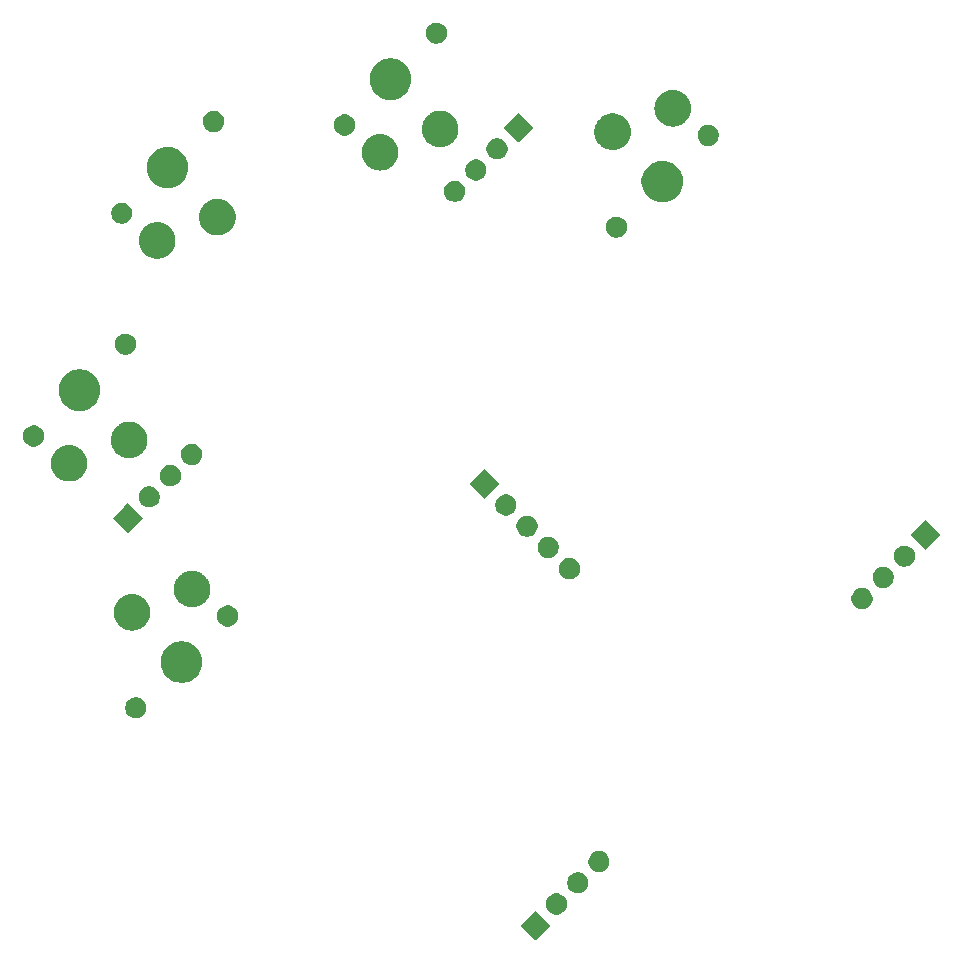
<source format=gbr>
G04 #@! TF.GenerationSoftware,KiCad,Pcbnew,9.0.2*
G04 #@! TF.CreationDate,2025-08-20T20:14:58-04:00*
G04 #@! TF.ProjectId,Trackball,54726163-6b62-4616-9c6c-2e6b69636164,rev?*
G04 #@! TF.SameCoordinates,Original*
G04 #@! TF.FileFunction,Soldermask,Top*
G04 #@! TF.FilePolarity,Negative*
%FSLAX46Y46*%
G04 Gerber Fmt 4.6, Leading zero omitted, Abs format (unit mm)*
G04 Created by KiCad (PCBNEW 9.0.2) date 2025-08-20 20:14:58*
%MOMM*%
%LPD*%
G01*
G04 APERTURE LIST*
G04 APERTURE END LIST*
G36*
X236456952Y-138043716D02*
G01*
X236473497Y-138054772D01*
X237675579Y-139256854D01*
X237686635Y-139273399D01*
X237690516Y-139292916D01*
X237686635Y-139312433D01*
X237675579Y-139328978D01*
X236473497Y-140531060D01*
X236456952Y-140542116D01*
X236437435Y-140545997D01*
X236417918Y-140542116D01*
X236401373Y-140531060D01*
X235199291Y-139328978D01*
X235188235Y-139312433D01*
X235184354Y-139292916D01*
X235188235Y-139273399D01*
X235199291Y-139256854D01*
X236063220Y-138392925D01*
X236392668Y-138063476D01*
X236392671Y-138063473D01*
X236401373Y-138054772D01*
X236417918Y-138043716D01*
X236437435Y-138039835D01*
X236456952Y-138043716D01*
G37*
G36*
X238495032Y-136634662D02*
G01*
X238658214Y-136702254D01*
X238805074Y-136800383D01*
X238929968Y-136925277D01*
X239028097Y-137072137D01*
X239095689Y-137235319D01*
X239130147Y-137408552D01*
X239130147Y-137585178D01*
X239095689Y-137758411D01*
X239028097Y-137921593D01*
X238929968Y-138068453D01*
X238805074Y-138193347D01*
X238658214Y-138291476D01*
X238495032Y-138359068D01*
X238321799Y-138393526D01*
X238145173Y-138393526D01*
X237971940Y-138359068D01*
X237808758Y-138291476D01*
X237661898Y-138193347D01*
X237537004Y-138068453D01*
X237438875Y-137921593D01*
X237371283Y-137758411D01*
X237336825Y-137585178D01*
X237336825Y-137408552D01*
X237371283Y-137235319D01*
X237438875Y-137072137D01*
X237537004Y-136925277D01*
X237661898Y-136800383D01*
X237808758Y-136702254D01*
X237971940Y-136634662D01*
X238145173Y-136600204D01*
X238321799Y-136600204D01*
X238495032Y-136634662D01*
G37*
G36*
X240291083Y-134838611D02*
G01*
X240454265Y-134906203D01*
X240601125Y-135004332D01*
X240726019Y-135129226D01*
X240824148Y-135276086D01*
X240891740Y-135439268D01*
X240926198Y-135612501D01*
X240926198Y-135789127D01*
X240891740Y-135962360D01*
X240824148Y-136125542D01*
X240726019Y-136272402D01*
X240601125Y-136397296D01*
X240454265Y-136495425D01*
X240291083Y-136563017D01*
X240117850Y-136597475D01*
X239941224Y-136597475D01*
X239767991Y-136563017D01*
X239604809Y-136495425D01*
X239457949Y-136397296D01*
X239333055Y-136272402D01*
X239234926Y-136125542D01*
X239167334Y-135962360D01*
X239132876Y-135789127D01*
X239132876Y-135612501D01*
X239167334Y-135439268D01*
X239234926Y-135276086D01*
X239333055Y-135129226D01*
X239457949Y-135004332D01*
X239604809Y-134906203D01*
X239767991Y-134838611D01*
X239941224Y-134804153D01*
X240117850Y-134804153D01*
X240291083Y-134838611D01*
G37*
G36*
X242087135Y-133042559D02*
G01*
X242250317Y-133110151D01*
X242397177Y-133208280D01*
X242522071Y-133333174D01*
X242620200Y-133480034D01*
X242687792Y-133643216D01*
X242722250Y-133816449D01*
X242722250Y-133993075D01*
X242687792Y-134166308D01*
X242620200Y-134329490D01*
X242522071Y-134476350D01*
X242397177Y-134601244D01*
X242250317Y-134699373D01*
X242087135Y-134766965D01*
X241913902Y-134801423D01*
X241737276Y-134801423D01*
X241564043Y-134766965D01*
X241400861Y-134699373D01*
X241254001Y-134601244D01*
X241129107Y-134476350D01*
X241030978Y-134329490D01*
X240963386Y-134166308D01*
X240928928Y-133993075D01*
X240928928Y-133816449D01*
X240963386Y-133643216D01*
X241030978Y-133480034D01*
X241129107Y-133333174D01*
X241254001Y-133208280D01*
X241400861Y-133110151D01*
X241564043Y-133042559D01*
X241737276Y-133008101D01*
X241913902Y-133008101D01*
X242087135Y-133042559D01*
G37*
G36*
X202870548Y-120025983D02*
G01*
X203033893Y-120093642D01*
X203180899Y-120191869D01*
X203305918Y-120316888D01*
X203404145Y-120463894D01*
X203471804Y-120627239D01*
X203506297Y-120800645D01*
X203506297Y-120977449D01*
X203471804Y-121150855D01*
X203404145Y-121314200D01*
X203305918Y-121461206D01*
X203180899Y-121586225D01*
X203033893Y-121684452D01*
X202870548Y-121752111D01*
X202697142Y-121786604D01*
X202520338Y-121786604D01*
X202346932Y-121752111D01*
X202183587Y-121684452D01*
X202036581Y-121586225D01*
X201911562Y-121461206D01*
X201813335Y-121314200D01*
X201745676Y-121150855D01*
X201711183Y-120977449D01*
X201711183Y-120800645D01*
X201745676Y-120627239D01*
X201813335Y-120463894D01*
X201911562Y-120316888D01*
X202036581Y-120191869D01*
X202183587Y-120093642D01*
X202346932Y-120025983D01*
X202520338Y-119991490D01*
X202697142Y-119991490D01*
X202870548Y-120025983D01*
G37*
G36*
X206842259Y-115268384D02*
G01*
X207065328Y-115328155D01*
X207278688Y-115416531D01*
X207478686Y-115532000D01*
X207661902Y-115672587D01*
X207825200Y-115835885D01*
X207965787Y-116019101D01*
X208081256Y-116219099D01*
X208169632Y-116432459D01*
X208229403Y-116655528D01*
X208259547Y-116884491D01*
X208259547Y-117115429D01*
X208229403Y-117344392D01*
X208169632Y-117567461D01*
X208081256Y-117780821D01*
X207965787Y-117980819D01*
X207825200Y-118164035D01*
X207661902Y-118327333D01*
X207478686Y-118467920D01*
X207278688Y-118583389D01*
X207065328Y-118671765D01*
X206842259Y-118731536D01*
X206613296Y-118761680D01*
X206382358Y-118761680D01*
X206153395Y-118731536D01*
X205930326Y-118671765D01*
X205716966Y-118583389D01*
X205516968Y-118467920D01*
X205333752Y-118327333D01*
X205170454Y-118164035D01*
X205029867Y-117980819D01*
X204914398Y-117780821D01*
X204826022Y-117567461D01*
X204766251Y-117344392D01*
X204736107Y-117115429D01*
X204736107Y-116884491D01*
X204766251Y-116655528D01*
X204826022Y-116432459D01*
X204914398Y-116219099D01*
X205029867Y-116019101D01*
X205170454Y-115835885D01*
X205333752Y-115672587D01*
X205516968Y-115532000D01*
X205716966Y-115416531D01*
X205930326Y-115328155D01*
X206153395Y-115268384D01*
X206382358Y-115238240D01*
X206613296Y-115238240D01*
X206842259Y-115268384D01*
G37*
G36*
X202401024Y-111246456D02*
G01*
X202412232Y-111246456D01*
X202467430Y-111255198D01*
X202593076Y-111271740D01*
X202623731Y-111279954D01*
X202652616Y-111284529D01*
X202708162Y-111302577D01*
X202789009Y-111324240D01*
X202840592Y-111345606D01*
X202884084Y-111359738D01*
X202924828Y-111380498D01*
X202976412Y-111401865D01*
X203048895Y-111443713D01*
X203100937Y-111470230D01*
X203124597Y-111487420D01*
X203152081Y-111503288D01*
X203252616Y-111580431D01*
X203297836Y-111613285D01*
X203305761Y-111621210D01*
X203313008Y-111626771D01*
X203456445Y-111770208D01*
X203462005Y-111777454D01*
X203469932Y-111785381D01*
X203502789Y-111830605D01*
X203579928Y-111931135D01*
X203595794Y-111958616D01*
X203612987Y-111982280D01*
X203639506Y-112034327D01*
X203681351Y-112106804D01*
X203702715Y-112158381D01*
X203723479Y-112199133D01*
X203737612Y-112242630D01*
X203758976Y-112294207D01*
X203780635Y-112375041D01*
X203798688Y-112430601D01*
X203803263Y-112459491D01*
X203811476Y-112490140D01*
X203828016Y-112615774D01*
X203836761Y-112670985D01*
X203836761Y-112682193D01*
X203837954Y-112691255D01*
X203837954Y-112894094D01*
X203836761Y-112903155D01*
X203836761Y-112914365D01*
X203828015Y-112969580D01*
X203811476Y-113095209D01*
X203803264Y-113125855D01*
X203798688Y-113154749D01*
X203780633Y-113210313D01*
X203758976Y-113291142D01*
X203737613Y-113342714D01*
X203723479Y-113386217D01*
X203702713Y-113426972D01*
X203681351Y-113478545D01*
X203639510Y-113551013D01*
X203612987Y-113603070D01*
X203595791Y-113626737D01*
X203579928Y-113654214D01*
X203502803Y-113754725D01*
X203469932Y-113799969D01*
X203462001Y-113807899D01*
X203456445Y-113815141D01*
X203313008Y-113958578D01*
X203305766Y-113964134D01*
X203297836Y-113972065D01*
X203252592Y-114004936D01*
X203152081Y-114082061D01*
X203124604Y-114097924D01*
X203100937Y-114115120D01*
X203048880Y-114141643D01*
X202976412Y-114183484D01*
X202924839Y-114204846D01*
X202884084Y-114225612D01*
X202840581Y-114239746D01*
X202789009Y-114261109D01*
X202708180Y-114282766D01*
X202652616Y-114300821D01*
X202623722Y-114305397D01*
X202593076Y-114313609D01*
X202467444Y-114330149D01*
X202412232Y-114338894D01*
X202401023Y-114338894D01*
X202391962Y-114340087D01*
X202189122Y-114340087D01*
X202180061Y-114338894D01*
X202168852Y-114338894D01*
X202113641Y-114330149D01*
X201988007Y-114313609D01*
X201957358Y-114305396D01*
X201928468Y-114300821D01*
X201872908Y-114282768D01*
X201792074Y-114261109D01*
X201740497Y-114239745D01*
X201697000Y-114225612D01*
X201656248Y-114204848D01*
X201604671Y-114183484D01*
X201532194Y-114141639D01*
X201480147Y-114115120D01*
X201456483Y-114097927D01*
X201429002Y-114082061D01*
X201328472Y-114004922D01*
X201283248Y-113972065D01*
X201275321Y-113964138D01*
X201268075Y-113958578D01*
X201124638Y-113815141D01*
X201119077Y-113807894D01*
X201111152Y-113799969D01*
X201078298Y-113754749D01*
X201001155Y-113654214D01*
X200985287Y-113626730D01*
X200968097Y-113603070D01*
X200941580Y-113551028D01*
X200899732Y-113478545D01*
X200878365Y-113426961D01*
X200857605Y-113386217D01*
X200843473Y-113342725D01*
X200822107Y-113291142D01*
X200800444Y-113210295D01*
X200782396Y-113154749D01*
X200777821Y-113125864D01*
X200769607Y-113095209D01*
X200753066Y-112969566D01*
X200744323Y-112914365D01*
X200744323Y-112903155D01*
X200743130Y-112894094D01*
X200743130Y-112691255D01*
X200744323Y-112682193D01*
X200744323Y-112670985D01*
X200753065Y-112615788D01*
X200769607Y-112490140D01*
X200777821Y-112459482D01*
X200782396Y-112430601D01*
X200800442Y-112375058D01*
X200822107Y-112294207D01*
X200843475Y-112242619D01*
X200857605Y-112199133D01*
X200878363Y-112158392D01*
X200899732Y-112106804D01*
X200941584Y-112034312D01*
X200968097Y-111982280D01*
X200985284Y-111958623D01*
X201001155Y-111931135D01*
X201078312Y-111830581D01*
X201111152Y-111785381D01*
X201119074Y-111777458D01*
X201124638Y-111770208D01*
X201268075Y-111626771D01*
X201275325Y-111621207D01*
X201283248Y-111613285D01*
X201328448Y-111580445D01*
X201429002Y-111503288D01*
X201456490Y-111487417D01*
X201480147Y-111470230D01*
X201532179Y-111443717D01*
X201604671Y-111401865D01*
X201656259Y-111380496D01*
X201697000Y-111359738D01*
X201740486Y-111345608D01*
X201792074Y-111324240D01*
X201872925Y-111302575D01*
X201928468Y-111284529D01*
X201957349Y-111279954D01*
X201988007Y-111271740D01*
X202113655Y-111255198D01*
X202168852Y-111246456D01*
X202180060Y-111246456D01*
X202189122Y-111245263D01*
X202391962Y-111245263D01*
X202401024Y-111246456D01*
G37*
G36*
X210648722Y-112247809D02*
G01*
X210812067Y-112315468D01*
X210959073Y-112413695D01*
X211084092Y-112538714D01*
X211182319Y-112685720D01*
X211249978Y-112849065D01*
X211284471Y-113022471D01*
X211284471Y-113199275D01*
X211249978Y-113372681D01*
X211182319Y-113536026D01*
X211084092Y-113683032D01*
X210959073Y-113808051D01*
X210812067Y-113906278D01*
X210648722Y-113973937D01*
X210475316Y-114008430D01*
X210298512Y-114008430D01*
X210125106Y-113973937D01*
X209961761Y-113906278D01*
X209814755Y-113808051D01*
X209689736Y-113683032D01*
X209591509Y-113536026D01*
X209523850Y-113372681D01*
X209489357Y-113199275D01*
X209489357Y-113022471D01*
X209523850Y-112849065D01*
X209591509Y-112685720D01*
X209689736Y-112538714D01*
X209814755Y-112413695D01*
X209961761Y-112315468D01*
X210125106Y-112247809D01*
X210298512Y-112213316D01*
X210475316Y-112213316D01*
X210648722Y-112247809D01*
G37*
G36*
X264358170Y-110771524D02*
G01*
X264521352Y-110839116D01*
X264668212Y-110937245D01*
X264793106Y-111062139D01*
X264891235Y-111208999D01*
X264958827Y-111372181D01*
X264993285Y-111545414D01*
X264993285Y-111722040D01*
X264958827Y-111895273D01*
X264891235Y-112058455D01*
X264793106Y-112205315D01*
X264668212Y-112330209D01*
X264521352Y-112428338D01*
X264358170Y-112495930D01*
X264184937Y-112530388D01*
X264008311Y-112530388D01*
X263835078Y-112495930D01*
X263671896Y-112428338D01*
X263525036Y-112330209D01*
X263400142Y-112205315D01*
X263302013Y-112058455D01*
X263234421Y-111895273D01*
X263199963Y-111722040D01*
X263199963Y-111545414D01*
X263234421Y-111372181D01*
X263302013Y-111208999D01*
X263400142Y-111062139D01*
X263525036Y-110937245D01*
X263671896Y-110839116D01*
X263835078Y-110771524D01*
X264008311Y-110737066D01*
X264184937Y-110737066D01*
X264358170Y-110771524D01*
G37*
G36*
X207492192Y-109266557D02*
G01*
X207503400Y-109266557D01*
X207558598Y-109275299D01*
X207684244Y-109291841D01*
X207714899Y-109300055D01*
X207743784Y-109304630D01*
X207799330Y-109322678D01*
X207880177Y-109344341D01*
X207931760Y-109365707D01*
X207975252Y-109379839D01*
X208015996Y-109400599D01*
X208067580Y-109421966D01*
X208140063Y-109463814D01*
X208192105Y-109490331D01*
X208215765Y-109507521D01*
X208243249Y-109523389D01*
X208343784Y-109600532D01*
X208389004Y-109633386D01*
X208396929Y-109641311D01*
X208404176Y-109646872D01*
X208547613Y-109790309D01*
X208553173Y-109797555D01*
X208561100Y-109805482D01*
X208593957Y-109850706D01*
X208671096Y-109951236D01*
X208686962Y-109978717D01*
X208704155Y-110002381D01*
X208730674Y-110054428D01*
X208772519Y-110126905D01*
X208793883Y-110178482D01*
X208814647Y-110219234D01*
X208828780Y-110262731D01*
X208850144Y-110314308D01*
X208871803Y-110395142D01*
X208889856Y-110450702D01*
X208894431Y-110479592D01*
X208902644Y-110510241D01*
X208919184Y-110635875D01*
X208927929Y-110691086D01*
X208927929Y-110702294D01*
X208929122Y-110711356D01*
X208929122Y-110914195D01*
X208927929Y-110923256D01*
X208927929Y-110934466D01*
X208919183Y-110989681D01*
X208902644Y-111115310D01*
X208894432Y-111145956D01*
X208889856Y-111174850D01*
X208871801Y-111230414D01*
X208850144Y-111311243D01*
X208828781Y-111362815D01*
X208814647Y-111406318D01*
X208793881Y-111447073D01*
X208772519Y-111498646D01*
X208730678Y-111571114D01*
X208704155Y-111623171D01*
X208686959Y-111646838D01*
X208671096Y-111674315D01*
X208593971Y-111774826D01*
X208561100Y-111820070D01*
X208553169Y-111828000D01*
X208547613Y-111835242D01*
X208404176Y-111978679D01*
X208396934Y-111984235D01*
X208389004Y-111992166D01*
X208343760Y-112025037D01*
X208243249Y-112102162D01*
X208215772Y-112118025D01*
X208192105Y-112135221D01*
X208140048Y-112161744D01*
X208067580Y-112203585D01*
X208016007Y-112224947D01*
X207975252Y-112245713D01*
X207931749Y-112259847D01*
X207880177Y-112281210D01*
X207799348Y-112302867D01*
X207743784Y-112320922D01*
X207714890Y-112325498D01*
X207684244Y-112333710D01*
X207558612Y-112350250D01*
X207503400Y-112358995D01*
X207492191Y-112358995D01*
X207483130Y-112360188D01*
X207280290Y-112360188D01*
X207271229Y-112358995D01*
X207260020Y-112358995D01*
X207204809Y-112350250D01*
X207079175Y-112333710D01*
X207048526Y-112325497D01*
X207019636Y-112320922D01*
X206964076Y-112302869D01*
X206883242Y-112281210D01*
X206831665Y-112259846D01*
X206788168Y-112245713D01*
X206747416Y-112224949D01*
X206695839Y-112203585D01*
X206623362Y-112161740D01*
X206571315Y-112135221D01*
X206547651Y-112118028D01*
X206520170Y-112102162D01*
X206419640Y-112025023D01*
X206374416Y-111992166D01*
X206366489Y-111984239D01*
X206359243Y-111978679D01*
X206215806Y-111835242D01*
X206210245Y-111827995D01*
X206202320Y-111820070D01*
X206169466Y-111774850D01*
X206092323Y-111674315D01*
X206076455Y-111646831D01*
X206059265Y-111623171D01*
X206032748Y-111571129D01*
X205990900Y-111498646D01*
X205969533Y-111447062D01*
X205948773Y-111406318D01*
X205934641Y-111362826D01*
X205913275Y-111311243D01*
X205891612Y-111230396D01*
X205873564Y-111174850D01*
X205868989Y-111145965D01*
X205860775Y-111115310D01*
X205844234Y-110989667D01*
X205835491Y-110934466D01*
X205835491Y-110923256D01*
X205834298Y-110914195D01*
X205834298Y-110711356D01*
X205835491Y-110702294D01*
X205835491Y-110691086D01*
X205844233Y-110635889D01*
X205860775Y-110510241D01*
X205868989Y-110479583D01*
X205873564Y-110450702D01*
X205891610Y-110395159D01*
X205913275Y-110314308D01*
X205934643Y-110262720D01*
X205948773Y-110219234D01*
X205969531Y-110178493D01*
X205990900Y-110126905D01*
X206032752Y-110054413D01*
X206059265Y-110002381D01*
X206076452Y-109978724D01*
X206092323Y-109951236D01*
X206169480Y-109850682D01*
X206202320Y-109805482D01*
X206210242Y-109797559D01*
X206215806Y-109790309D01*
X206359243Y-109646872D01*
X206366493Y-109641308D01*
X206374416Y-109633386D01*
X206419616Y-109600546D01*
X206520170Y-109523389D01*
X206547658Y-109507518D01*
X206571315Y-109490331D01*
X206623347Y-109463818D01*
X206695839Y-109421966D01*
X206747427Y-109400597D01*
X206788168Y-109379839D01*
X206831654Y-109365709D01*
X206883242Y-109344341D01*
X206964093Y-109322676D01*
X207019636Y-109304630D01*
X207048517Y-109300055D01*
X207079175Y-109291841D01*
X207204823Y-109275299D01*
X207260020Y-109266557D01*
X207271228Y-109266557D01*
X207280290Y-109265364D01*
X207483130Y-109265364D01*
X207492192Y-109266557D01*
G37*
G36*
X266154222Y-108975472D02*
G01*
X266317404Y-109043064D01*
X266464264Y-109141193D01*
X266589158Y-109266087D01*
X266687287Y-109412947D01*
X266754879Y-109576129D01*
X266789337Y-109749362D01*
X266789337Y-109925988D01*
X266754879Y-110099221D01*
X266687287Y-110262403D01*
X266589158Y-110409263D01*
X266464264Y-110534157D01*
X266317404Y-110632286D01*
X266154222Y-110699878D01*
X265980989Y-110734336D01*
X265804363Y-110734336D01*
X265631130Y-110699878D01*
X265467948Y-110632286D01*
X265321088Y-110534157D01*
X265196194Y-110409263D01*
X265098065Y-110262403D01*
X265030473Y-110099221D01*
X264996015Y-109925988D01*
X264996015Y-109749362D01*
X265030473Y-109576129D01*
X265098065Y-109412947D01*
X265196194Y-109266087D01*
X265321088Y-109141193D01*
X265467948Y-109043064D01*
X265631130Y-108975472D01*
X265804363Y-108941014D01*
X265980989Y-108941014D01*
X266154222Y-108975472D01*
G37*
G36*
X239590341Y-108239375D02*
G01*
X239753523Y-108306967D01*
X239900383Y-108405096D01*
X240025277Y-108529990D01*
X240123406Y-108676850D01*
X240190998Y-108840032D01*
X240225456Y-109013265D01*
X240225456Y-109189891D01*
X240190998Y-109363124D01*
X240123406Y-109526306D01*
X240025277Y-109673166D01*
X239900383Y-109798060D01*
X239753523Y-109896189D01*
X239590341Y-109963781D01*
X239417108Y-109998239D01*
X239240482Y-109998239D01*
X239067249Y-109963781D01*
X238904067Y-109896189D01*
X238757207Y-109798060D01*
X238632313Y-109673166D01*
X238534184Y-109526306D01*
X238466592Y-109363124D01*
X238432134Y-109189891D01*
X238432134Y-109013265D01*
X238466592Y-108840032D01*
X238534184Y-108676850D01*
X238632313Y-108529990D01*
X238757207Y-108405096D01*
X238904067Y-108306967D01*
X239067249Y-108239375D01*
X239240482Y-108204917D01*
X239417108Y-108204917D01*
X239590341Y-108239375D01*
G37*
G36*
X267950273Y-107179421D02*
G01*
X268113455Y-107247013D01*
X268260315Y-107345142D01*
X268385209Y-107470036D01*
X268483338Y-107616896D01*
X268550930Y-107780078D01*
X268585388Y-107953311D01*
X268585388Y-108129937D01*
X268550930Y-108303170D01*
X268483338Y-108466352D01*
X268385209Y-108613212D01*
X268260315Y-108738106D01*
X268113455Y-108836235D01*
X267950273Y-108903827D01*
X267777040Y-108938285D01*
X267600414Y-108938285D01*
X267427181Y-108903827D01*
X267263999Y-108836235D01*
X267117139Y-108738106D01*
X266992245Y-108613212D01*
X266894116Y-108466352D01*
X266826524Y-108303170D01*
X266792066Y-108129937D01*
X266792066Y-107953311D01*
X266826524Y-107780078D01*
X266894116Y-107616896D01*
X266992245Y-107470036D01*
X267117139Y-107345142D01*
X267263999Y-107247013D01*
X267427181Y-107179421D01*
X267600414Y-107144963D01*
X267777040Y-107144963D01*
X267950273Y-107179421D01*
G37*
G36*
X237794290Y-106443324D02*
G01*
X237957472Y-106510916D01*
X238104332Y-106609045D01*
X238229226Y-106733939D01*
X238327355Y-106880799D01*
X238394947Y-107043981D01*
X238429405Y-107217214D01*
X238429405Y-107393840D01*
X238394947Y-107567073D01*
X238327355Y-107730255D01*
X238229226Y-107877115D01*
X238104332Y-108002009D01*
X237957472Y-108100138D01*
X237794290Y-108167730D01*
X237621057Y-108202188D01*
X237444431Y-108202188D01*
X237271198Y-108167730D01*
X237108016Y-108100138D01*
X236961156Y-108002009D01*
X236836262Y-107877115D01*
X236738133Y-107730255D01*
X236670541Y-107567073D01*
X236636083Y-107393840D01*
X236636083Y-107217214D01*
X236670541Y-107043981D01*
X236738133Y-106880799D01*
X236836262Y-106733939D01*
X236961156Y-106609045D01*
X237108016Y-106510916D01*
X237271198Y-106443324D01*
X237444431Y-106408866D01*
X237621057Y-106408866D01*
X237794290Y-106443324D01*
G37*
G36*
X269504295Y-104996373D02*
G01*
X269520840Y-105007429D01*
X270722922Y-106209511D01*
X270733978Y-106226056D01*
X270737859Y-106245573D01*
X270733978Y-106265090D01*
X270722922Y-106281635D01*
X269520840Y-107483717D01*
X269504295Y-107494773D01*
X269484778Y-107498654D01*
X269465261Y-107494773D01*
X269448716Y-107483717D01*
X268246634Y-106281635D01*
X268235578Y-106265090D01*
X268231697Y-106245573D01*
X268235578Y-106226056D01*
X268246634Y-106209511D01*
X269034983Y-105421162D01*
X269440011Y-105016133D01*
X269440014Y-105016130D01*
X269448716Y-105007429D01*
X269465261Y-104996373D01*
X269484778Y-104992492D01*
X269504295Y-104996373D01*
G37*
G36*
X235998238Y-104647272D02*
G01*
X236161420Y-104714864D01*
X236308280Y-104812993D01*
X236433174Y-104937887D01*
X236531303Y-105084747D01*
X236598895Y-105247929D01*
X236633353Y-105421162D01*
X236633353Y-105597788D01*
X236598895Y-105771021D01*
X236531303Y-105934203D01*
X236433174Y-106081063D01*
X236308280Y-106205957D01*
X236161420Y-106304086D01*
X235998238Y-106371678D01*
X235825005Y-106406136D01*
X235648379Y-106406136D01*
X235475146Y-106371678D01*
X235311964Y-106304086D01*
X235165104Y-106205957D01*
X235040210Y-106081063D01*
X234942081Y-105934203D01*
X234874489Y-105771021D01*
X234840031Y-105597788D01*
X234840031Y-105421162D01*
X234874489Y-105247929D01*
X234942081Y-105084747D01*
X235040210Y-104937887D01*
X235165104Y-104812993D01*
X235311964Y-104714864D01*
X235475146Y-104647272D01*
X235648379Y-104612814D01*
X235825005Y-104612814D01*
X235998238Y-104647272D01*
G37*
G36*
X201972769Y-103559532D02*
G01*
X201989314Y-103570588D01*
X203191396Y-104772670D01*
X203202452Y-104789215D01*
X203206333Y-104808732D01*
X203202452Y-104828249D01*
X203191396Y-104844794D01*
X201989314Y-106046876D01*
X201972769Y-106057932D01*
X201953252Y-106061813D01*
X201933735Y-106057932D01*
X201917190Y-106046876D01*
X200715108Y-104844794D01*
X200704052Y-104828249D01*
X200700171Y-104808732D01*
X200704052Y-104789215D01*
X200715108Y-104772670D01*
X201579037Y-103908741D01*
X201908485Y-103579292D01*
X201908488Y-103579289D01*
X201917190Y-103570588D01*
X201933735Y-103559532D01*
X201953252Y-103555651D01*
X201972769Y-103559532D01*
G37*
G36*
X234202187Y-102851221D02*
G01*
X234365369Y-102918813D01*
X234512229Y-103016942D01*
X234637123Y-103141836D01*
X234735252Y-103288696D01*
X234802844Y-103451878D01*
X234837302Y-103625111D01*
X234837302Y-103801737D01*
X234802844Y-103974970D01*
X234735252Y-104138152D01*
X234637123Y-104285012D01*
X234512229Y-104409906D01*
X234365369Y-104508035D01*
X234202187Y-104575627D01*
X234028954Y-104610085D01*
X233852328Y-104610085D01*
X233679095Y-104575627D01*
X233515913Y-104508035D01*
X233369053Y-104409906D01*
X233244159Y-104285012D01*
X233146030Y-104138152D01*
X233078438Y-103974970D01*
X233043980Y-103801737D01*
X233043980Y-103625111D01*
X233078438Y-103451878D01*
X233146030Y-103288696D01*
X233244159Y-103141836D01*
X233369053Y-103016942D01*
X233515913Y-102918813D01*
X233679095Y-102851221D01*
X233852328Y-102816763D01*
X234028954Y-102816763D01*
X234202187Y-102851221D01*
G37*
G36*
X204010849Y-102150478D02*
G01*
X204174031Y-102218070D01*
X204320891Y-102316199D01*
X204445785Y-102441093D01*
X204543914Y-102587953D01*
X204611506Y-102751135D01*
X204645964Y-102924368D01*
X204645964Y-103100994D01*
X204611506Y-103274227D01*
X204543914Y-103437409D01*
X204445785Y-103584269D01*
X204320891Y-103709163D01*
X204174031Y-103807292D01*
X204010849Y-103874884D01*
X203837616Y-103909342D01*
X203660990Y-103909342D01*
X203487757Y-103874884D01*
X203324575Y-103807292D01*
X203177715Y-103709163D01*
X203052821Y-103584269D01*
X202954692Y-103437409D01*
X202887100Y-103274227D01*
X202852642Y-103100994D01*
X202852642Y-102924368D01*
X202887100Y-102751135D01*
X202954692Y-102587953D01*
X203052821Y-102441093D01*
X203177715Y-102316199D01*
X203324575Y-102218070D01*
X203487757Y-102150478D01*
X203660990Y-102116020D01*
X203837616Y-102116020D01*
X204010849Y-102150478D01*
G37*
G36*
X232164107Y-100668173D02*
G01*
X232180652Y-100679229D01*
X233382734Y-101881311D01*
X233393790Y-101897856D01*
X233397671Y-101917373D01*
X233393790Y-101936890D01*
X233382734Y-101953435D01*
X232180652Y-103155517D01*
X232164107Y-103166573D01*
X232144590Y-103170454D01*
X232125073Y-103166573D01*
X232108528Y-103155517D01*
X230906446Y-101953435D01*
X230895390Y-101936890D01*
X230891509Y-101917373D01*
X230895390Y-101897856D01*
X230906446Y-101881311D01*
X231753278Y-101034479D01*
X232099823Y-100687933D01*
X232099826Y-100687930D01*
X232108528Y-100679229D01*
X232125073Y-100668173D01*
X232144590Y-100664292D01*
X232164107Y-100668173D01*
G37*
G36*
X205806900Y-100354427D02*
G01*
X205970082Y-100422019D01*
X206116942Y-100520148D01*
X206241836Y-100645042D01*
X206339965Y-100791902D01*
X206407557Y-100955084D01*
X206442015Y-101128317D01*
X206442015Y-101304943D01*
X206407557Y-101478176D01*
X206339965Y-101641358D01*
X206241836Y-101788218D01*
X206116942Y-101913112D01*
X205970082Y-102011241D01*
X205806900Y-102078833D01*
X205633667Y-102113291D01*
X205457041Y-102113291D01*
X205283808Y-102078833D01*
X205120626Y-102011241D01*
X204973766Y-101913112D01*
X204848872Y-101788218D01*
X204750743Y-101641358D01*
X204683151Y-101478176D01*
X204648693Y-101304943D01*
X204648693Y-101128317D01*
X204683151Y-100955084D01*
X204750743Y-100791902D01*
X204848872Y-100645042D01*
X204973766Y-100520148D01*
X205120626Y-100422019D01*
X205283808Y-100354427D01*
X205457041Y-100319969D01*
X205633667Y-100319969D01*
X205806900Y-100354427D01*
G37*
G36*
X197074389Y-98626721D02*
G01*
X197085597Y-98626721D01*
X197140795Y-98635463D01*
X197266441Y-98652005D01*
X197297096Y-98660219D01*
X197325981Y-98664794D01*
X197381527Y-98682842D01*
X197462374Y-98704505D01*
X197513957Y-98725871D01*
X197557449Y-98740003D01*
X197598193Y-98760763D01*
X197649777Y-98782130D01*
X197722260Y-98823978D01*
X197774302Y-98850495D01*
X197797962Y-98867685D01*
X197825446Y-98883553D01*
X197925981Y-98960696D01*
X197971201Y-98993550D01*
X197979126Y-99001475D01*
X197986373Y-99007036D01*
X198129810Y-99150473D01*
X198135370Y-99157719D01*
X198143297Y-99165646D01*
X198176154Y-99210870D01*
X198253293Y-99311400D01*
X198269159Y-99338881D01*
X198286352Y-99362545D01*
X198312871Y-99414592D01*
X198354716Y-99487069D01*
X198376080Y-99538646D01*
X198396844Y-99579398D01*
X198410977Y-99622895D01*
X198432341Y-99674472D01*
X198454000Y-99755306D01*
X198472053Y-99810866D01*
X198476628Y-99839756D01*
X198484841Y-99870405D01*
X198501381Y-99996039D01*
X198510126Y-100051250D01*
X198510126Y-100062458D01*
X198511319Y-100071520D01*
X198511319Y-100274359D01*
X198510126Y-100283420D01*
X198510126Y-100294630D01*
X198501380Y-100349845D01*
X198484841Y-100475474D01*
X198476629Y-100506120D01*
X198472053Y-100535014D01*
X198453998Y-100590578D01*
X198432341Y-100671407D01*
X198410978Y-100722979D01*
X198396844Y-100766482D01*
X198376078Y-100807237D01*
X198354716Y-100858810D01*
X198312875Y-100931278D01*
X198286352Y-100983335D01*
X198269156Y-101007002D01*
X198253293Y-101034479D01*
X198176168Y-101134990D01*
X198143297Y-101180234D01*
X198135366Y-101188164D01*
X198129810Y-101195406D01*
X197986373Y-101338843D01*
X197979131Y-101344399D01*
X197971201Y-101352330D01*
X197925957Y-101385201D01*
X197825446Y-101462326D01*
X197797969Y-101478189D01*
X197774302Y-101495385D01*
X197722245Y-101521908D01*
X197649777Y-101563749D01*
X197598204Y-101585111D01*
X197557449Y-101605877D01*
X197513946Y-101620011D01*
X197462374Y-101641374D01*
X197381545Y-101663031D01*
X197325981Y-101681086D01*
X197297087Y-101685662D01*
X197266441Y-101693874D01*
X197140809Y-101710414D01*
X197085597Y-101719159D01*
X197074388Y-101719159D01*
X197065327Y-101720352D01*
X196862487Y-101720352D01*
X196853426Y-101719159D01*
X196842217Y-101719159D01*
X196787006Y-101710414D01*
X196661372Y-101693874D01*
X196630723Y-101685661D01*
X196601833Y-101681086D01*
X196546273Y-101663033D01*
X196465439Y-101641374D01*
X196413862Y-101620010D01*
X196370365Y-101605877D01*
X196329613Y-101585113D01*
X196278036Y-101563749D01*
X196205559Y-101521904D01*
X196153512Y-101495385D01*
X196129848Y-101478192D01*
X196102367Y-101462326D01*
X196001837Y-101385187D01*
X195956613Y-101352330D01*
X195948686Y-101344403D01*
X195941440Y-101338843D01*
X195798003Y-101195406D01*
X195792442Y-101188159D01*
X195784517Y-101180234D01*
X195751663Y-101135014D01*
X195674520Y-101034479D01*
X195658652Y-101006995D01*
X195641462Y-100983335D01*
X195614945Y-100931293D01*
X195573097Y-100858810D01*
X195551730Y-100807226D01*
X195530970Y-100766482D01*
X195516838Y-100722990D01*
X195495472Y-100671407D01*
X195473809Y-100590560D01*
X195455761Y-100535014D01*
X195451186Y-100506129D01*
X195442972Y-100475474D01*
X195426431Y-100349831D01*
X195417688Y-100294630D01*
X195417688Y-100283420D01*
X195416495Y-100274359D01*
X195416495Y-100071520D01*
X195417688Y-100062458D01*
X195417688Y-100051250D01*
X195426430Y-99996053D01*
X195442972Y-99870405D01*
X195451186Y-99839747D01*
X195455761Y-99810866D01*
X195473807Y-99755323D01*
X195495472Y-99674472D01*
X195516840Y-99622884D01*
X195530970Y-99579398D01*
X195551728Y-99538657D01*
X195573097Y-99487069D01*
X195614949Y-99414577D01*
X195641462Y-99362545D01*
X195658649Y-99338888D01*
X195674520Y-99311400D01*
X195751677Y-99210846D01*
X195784517Y-99165646D01*
X195792439Y-99157723D01*
X195798003Y-99150473D01*
X195941440Y-99007036D01*
X195948690Y-99001472D01*
X195956613Y-98993550D01*
X196001813Y-98960710D01*
X196102367Y-98883553D01*
X196129855Y-98867682D01*
X196153512Y-98850495D01*
X196205544Y-98823982D01*
X196278036Y-98782130D01*
X196329624Y-98760761D01*
X196370365Y-98740003D01*
X196413851Y-98725873D01*
X196465439Y-98704505D01*
X196546290Y-98682840D01*
X196601833Y-98664794D01*
X196630714Y-98660219D01*
X196661372Y-98652005D01*
X196787020Y-98635463D01*
X196842217Y-98626721D01*
X196853425Y-98626721D01*
X196862487Y-98625528D01*
X197065327Y-98625528D01*
X197074389Y-98626721D01*
G37*
G36*
X207602952Y-98558375D02*
G01*
X207766134Y-98625967D01*
X207912994Y-98724096D01*
X208037888Y-98848990D01*
X208136017Y-98995850D01*
X208203609Y-99159032D01*
X208238067Y-99332265D01*
X208238067Y-99508891D01*
X208203609Y-99682124D01*
X208136017Y-99845306D01*
X208037888Y-99992166D01*
X207912994Y-100117060D01*
X207766134Y-100215189D01*
X207602952Y-100282781D01*
X207429719Y-100317239D01*
X207253093Y-100317239D01*
X207079860Y-100282781D01*
X206916678Y-100215189D01*
X206769818Y-100117060D01*
X206644924Y-99992166D01*
X206546795Y-99845306D01*
X206479203Y-99682124D01*
X206444745Y-99508891D01*
X206444745Y-99332265D01*
X206479203Y-99159032D01*
X206546795Y-98995850D01*
X206644924Y-98848990D01*
X206769818Y-98724096D01*
X206916678Y-98625967D01*
X207079860Y-98558375D01*
X207253093Y-98523917D01*
X207429719Y-98523917D01*
X207602952Y-98558375D01*
G37*
G36*
X202165557Y-96646822D02*
G01*
X202176765Y-96646822D01*
X202231963Y-96655564D01*
X202357609Y-96672106D01*
X202388264Y-96680320D01*
X202417149Y-96684895D01*
X202472695Y-96702943D01*
X202553542Y-96724606D01*
X202605125Y-96745972D01*
X202648617Y-96760104D01*
X202689361Y-96780864D01*
X202740945Y-96802231D01*
X202813428Y-96844079D01*
X202865470Y-96870596D01*
X202889130Y-96887786D01*
X202916614Y-96903654D01*
X203017149Y-96980797D01*
X203062369Y-97013651D01*
X203070294Y-97021576D01*
X203077541Y-97027137D01*
X203220978Y-97170574D01*
X203226538Y-97177820D01*
X203234465Y-97185747D01*
X203267322Y-97230971D01*
X203344461Y-97331501D01*
X203360327Y-97358982D01*
X203377520Y-97382646D01*
X203404039Y-97434693D01*
X203445884Y-97507170D01*
X203467248Y-97558747D01*
X203488012Y-97599499D01*
X203502145Y-97642996D01*
X203523509Y-97694573D01*
X203545168Y-97775407D01*
X203563221Y-97830967D01*
X203567796Y-97859857D01*
X203576009Y-97890506D01*
X203592549Y-98016140D01*
X203601294Y-98071351D01*
X203601294Y-98082559D01*
X203602487Y-98091621D01*
X203602487Y-98294460D01*
X203601294Y-98303521D01*
X203601294Y-98314731D01*
X203592548Y-98369946D01*
X203576009Y-98495575D01*
X203567797Y-98526221D01*
X203563221Y-98555115D01*
X203545166Y-98610679D01*
X203523509Y-98691508D01*
X203502146Y-98743080D01*
X203488012Y-98786583D01*
X203467246Y-98827338D01*
X203445884Y-98878911D01*
X203404043Y-98951379D01*
X203377520Y-99003436D01*
X203360324Y-99027103D01*
X203344461Y-99054580D01*
X203267336Y-99155091D01*
X203234465Y-99200335D01*
X203226534Y-99208265D01*
X203220978Y-99215507D01*
X203077541Y-99358944D01*
X203070299Y-99364500D01*
X203062369Y-99372431D01*
X203017125Y-99405302D01*
X202916614Y-99482427D01*
X202889137Y-99498290D01*
X202865470Y-99515486D01*
X202813413Y-99542009D01*
X202740945Y-99583850D01*
X202689372Y-99605212D01*
X202648617Y-99625978D01*
X202605114Y-99640112D01*
X202553542Y-99661475D01*
X202472713Y-99683132D01*
X202417149Y-99701187D01*
X202388255Y-99705763D01*
X202357609Y-99713975D01*
X202231977Y-99730515D01*
X202176765Y-99739260D01*
X202165556Y-99739260D01*
X202156495Y-99740453D01*
X201953655Y-99740453D01*
X201944594Y-99739260D01*
X201933385Y-99739260D01*
X201878174Y-99730515D01*
X201752540Y-99713975D01*
X201721891Y-99705762D01*
X201693001Y-99701187D01*
X201637441Y-99683134D01*
X201556607Y-99661475D01*
X201505030Y-99640111D01*
X201461533Y-99625978D01*
X201420781Y-99605214D01*
X201369204Y-99583850D01*
X201296727Y-99542005D01*
X201244680Y-99515486D01*
X201221016Y-99498293D01*
X201193535Y-99482427D01*
X201093005Y-99405288D01*
X201047781Y-99372431D01*
X201039854Y-99364504D01*
X201032608Y-99358944D01*
X200889171Y-99215507D01*
X200883610Y-99208260D01*
X200875685Y-99200335D01*
X200842831Y-99155115D01*
X200765688Y-99054580D01*
X200749820Y-99027096D01*
X200732630Y-99003436D01*
X200706113Y-98951394D01*
X200664265Y-98878911D01*
X200642898Y-98827327D01*
X200622138Y-98786583D01*
X200608006Y-98743091D01*
X200586640Y-98691508D01*
X200564977Y-98610661D01*
X200546929Y-98555115D01*
X200542354Y-98526230D01*
X200534140Y-98495575D01*
X200517599Y-98369932D01*
X200508856Y-98314731D01*
X200508856Y-98303521D01*
X200507663Y-98294460D01*
X200507663Y-98091621D01*
X200508856Y-98082559D01*
X200508856Y-98071351D01*
X200517598Y-98016154D01*
X200534140Y-97890506D01*
X200542354Y-97859848D01*
X200546929Y-97830967D01*
X200564975Y-97775424D01*
X200586640Y-97694573D01*
X200608008Y-97642985D01*
X200622138Y-97599499D01*
X200642896Y-97558758D01*
X200664265Y-97507170D01*
X200706117Y-97434678D01*
X200732630Y-97382646D01*
X200749817Y-97358989D01*
X200765688Y-97331501D01*
X200842845Y-97230947D01*
X200875685Y-97185747D01*
X200883607Y-97177824D01*
X200889171Y-97170574D01*
X201032608Y-97027137D01*
X201039858Y-97021573D01*
X201047781Y-97013651D01*
X201092981Y-96980811D01*
X201193535Y-96903654D01*
X201221023Y-96887783D01*
X201244680Y-96870596D01*
X201296712Y-96844083D01*
X201369204Y-96802231D01*
X201420792Y-96780862D01*
X201461533Y-96760104D01*
X201505019Y-96745974D01*
X201556607Y-96724606D01*
X201637458Y-96702941D01*
X201693001Y-96684895D01*
X201721882Y-96680320D01*
X201752540Y-96672106D01*
X201878188Y-96655564D01*
X201933385Y-96646822D01*
X201944593Y-96646822D01*
X201953655Y-96645629D01*
X202156495Y-96645629D01*
X202165557Y-96646822D01*
G37*
G36*
X194220511Y-97011779D02*
G01*
X194383856Y-97079438D01*
X194530862Y-97177665D01*
X194655881Y-97302684D01*
X194754108Y-97449690D01*
X194821767Y-97613035D01*
X194856260Y-97786441D01*
X194856260Y-97963245D01*
X194821767Y-98136651D01*
X194754108Y-98299996D01*
X194655881Y-98447002D01*
X194530862Y-98572021D01*
X194383856Y-98670248D01*
X194220511Y-98737907D01*
X194047105Y-98772400D01*
X193870301Y-98772400D01*
X193696895Y-98737907D01*
X193533550Y-98670248D01*
X193386544Y-98572021D01*
X193261525Y-98447002D01*
X193163298Y-98299996D01*
X193095639Y-98136651D01*
X193061146Y-97963245D01*
X193061146Y-97786441D01*
X193095639Y-97613035D01*
X193163298Y-97449690D01*
X193261525Y-97302684D01*
X193386544Y-97177665D01*
X193533550Y-97079438D01*
X193696895Y-97011779D01*
X193870301Y-96977286D01*
X194047105Y-96977286D01*
X194220511Y-97011779D01*
G37*
G36*
X198192222Y-92254180D02*
G01*
X198415291Y-92313951D01*
X198628651Y-92402327D01*
X198828649Y-92517796D01*
X199011865Y-92658383D01*
X199175163Y-92821681D01*
X199315750Y-93004897D01*
X199431219Y-93204895D01*
X199519595Y-93418255D01*
X199579366Y-93641324D01*
X199609510Y-93870287D01*
X199609510Y-94101225D01*
X199579366Y-94330188D01*
X199519595Y-94553257D01*
X199431219Y-94766617D01*
X199315750Y-94966615D01*
X199175163Y-95149831D01*
X199011865Y-95313129D01*
X198828649Y-95453716D01*
X198628651Y-95569185D01*
X198415291Y-95657561D01*
X198192222Y-95717332D01*
X197963259Y-95747476D01*
X197732321Y-95747476D01*
X197503358Y-95717332D01*
X197280289Y-95657561D01*
X197066929Y-95569185D01*
X196866931Y-95453716D01*
X196683715Y-95313129D01*
X196520417Y-95149831D01*
X196379830Y-94966615D01*
X196264361Y-94766617D01*
X196175985Y-94553257D01*
X196116214Y-94330188D01*
X196086070Y-94101225D01*
X196086070Y-93870287D01*
X196116214Y-93641324D01*
X196175985Y-93418255D01*
X196264361Y-93204895D01*
X196379830Y-93004897D01*
X196520417Y-92821681D01*
X196683715Y-92658383D01*
X196866931Y-92517796D01*
X197066929Y-92402327D01*
X197280289Y-92313951D01*
X197503358Y-92254180D01*
X197732321Y-92224036D01*
X197963259Y-92224036D01*
X198192222Y-92254180D01*
G37*
G36*
X201998685Y-89233605D02*
G01*
X202162030Y-89301264D01*
X202309036Y-89399491D01*
X202434055Y-89524510D01*
X202532282Y-89671516D01*
X202599941Y-89834861D01*
X202634434Y-90008267D01*
X202634434Y-90185071D01*
X202599941Y-90358477D01*
X202532282Y-90521822D01*
X202434055Y-90668828D01*
X202309036Y-90793847D01*
X202162030Y-90892074D01*
X201998685Y-90959733D01*
X201825279Y-90994226D01*
X201648475Y-90994226D01*
X201475069Y-90959733D01*
X201311724Y-90892074D01*
X201164718Y-90793847D01*
X201039699Y-90668828D01*
X200941472Y-90521822D01*
X200873813Y-90358477D01*
X200839320Y-90185071D01*
X200839320Y-90008267D01*
X200873813Y-89834861D01*
X200941472Y-89671516D01*
X201039699Y-89524510D01*
X201164718Y-89399491D01*
X201311724Y-89301264D01*
X201475069Y-89233605D01*
X201648475Y-89199112D01*
X201825279Y-89199112D01*
X201998685Y-89233605D01*
G37*
G36*
X204540022Y-79762526D02*
G01*
X204551230Y-79762526D01*
X204606428Y-79771268D01*
X204732074Y-79787810D01*
X204762729Y-79796024D01*
X204791614Y-79800599D01*
X204847160Y-79818647D01*
X204928007Y-79840310D01*
X204979590Y-79861676D01*
X205023082Y-79875808D01*
X205063826Y-79896568D01*
X205115410Y-79917935D01*
X205187893Y-79959783D01*
X205239935Y-79986300D01*
X205263595Y-80003490D01*
X205291079Y-80019358D01*
X205391614Y-80096501D01*
X205436834Y-80129355D01*
X205444759Y-80137280D01*
X205452006Y-80142841D01*
X205595443Y-80286278D01*
X205601003Y-80293524D01*
X205608930Y-80301451D01*
X205641787Y-80346675D01*
X205718926Y-80447205D01*
X205734792Y-80474686D01*
X205751985Y-80498350D01*
X205778504Y-80550397D01*
X205820349Y-80622874D01*
X205841713Y-80674451D01*
X205862477Y-80715203D01*
X205876610Y-80758700D01*
X205897974Y-80810277D01*
X205919633Y-80891111D01*
X205937686Y-80946671D01*
X205942261Y-80975561D01*
X205950474Y-81006210D01*
X205967014Y-81131844D01*
X205975759Y-81187055D01*
X205975759Y-81198263D01*
X205976952Y-81207325D01*
X205976952Y-81410164D01*
X205975759Y-81419225D01*
X205975759Y-81430435D01*
X205967013Y-81485650D01*
X205950474Y-81611279D01*
X205942262Y-81641925D01*
X205937686Y-81670819D01*
X205919631Y-81726383D01*
X205897974Y-81807212D01*
X205876611Y-81858784D01*
X205862477Y-81902287D01*
X205841711Y-81943042D01*
X205820349Y-81994615D01*
X205778508Y-82067083D01*
X205751985Y-82119140D01*
X205734789Y-82142807D01*
X205718926Y-82170284D01*
X205641801Y-82270795D01*
X205608930Y-82316039D01*
X205600999Y-82323969D01*
X205595443Y-82331211D01*
X205452006Y-82474648D01*
X205444764Y-82480204D01*
X205436834Y-82488135D01*
X205391590Y-82521006D01*
X205291079Y-82598131D01*
X205263602Y-82613994D01*
X205239935Y-82631190D01*
X205187878Y-82657713D01*
X205115410Y-82699554D01*
X205063837Y-82720916D01*
X205023082Y-82741682D01*
X204979579Y-82755816D01*
X204928007Y-82777179D01*
X204847178Y-82798836D01*
X204791614Y-82816891D01*
X204762720Y-82821467D01*
X204732074Y-82829679D01*
X204606442Y-82846219D01*
X204551230Y-82854964D01*
X204540021Y-82854964D01*
X204530960Y-82856157D01*
X204328120Y-82856157D01*
X204319059Y-82854964D01*
X204307850Y-82854964D01*
X204252639Y-82846219D01*
X204127005Y-82829679D01*
X204096356Y-82821466D01*
X204067466Y-82816891D01*
X204011906Y-82798838D01*
X203931072Y-82777179D01*
X203879495Y-82755815D01*
X203835998Y-82741682D01*
X203795246Y-82720918D01*
X203743669Y-82699554D01*
X203671192Y-82657709D01*
X203619145Y-82631190D01*
X203595481Y-82613997D01*
X203568000Y-82598131D01*
X203467470Y-82520992D01*
X203422246Y-82488135D01*
X203414319Y-82480208D01*
X203407073Y-82474648D01*
X203263636Y-82331211D01*
X203258075Y-82323964D01*
X203250150Y-82316039D01*
X203217296Y-82270819D01*
X203140153Y-82170284D01*
X203124285Y-82142800D01*
X203107095Y-82119140D01*
X203080578Y-82067098D01*
X203038730Y-81994615D01*
X203017363Y-81943031D01*
X202996603Y-81902287D01*
X202982471Y-81858795D01*
X202961105Y-81807212D01*
X202939442Y-81726365D01*
X202921394Y-81670819D01*
X202916819Y-81641934D01*
X202908605Y-81611279D01*
X202892064Y-81485636D01*
X202883321Y-81430435D01*
X202883321Y-81419225D01*
X202882128Y-81410164D01*
X202882128Y-81207325D01*
X202883321Y-81198263D01*
X202883321Y-81187055D01*
X202892063Y-81131858D01*
X202908605Y-81006210D01*
X202916819Y-80975552D01*
X202921394Y-80946671D01*
X202939440Y-80891128D01*
X202961105Y-80810277D01*
X202982473Y-80758689D01*
X202996603Y-80715203D01*
X203017361Y-80674462D01*
X203038730Y-80622874D01*
X203080582Y-80550382D01*
X203107095Y-80498350D01*
X203124282Y-80474693D01*
X203140153Y-80447205D01*
X203217310Y-80346651D01*
X203250150Y-80301451D01*
X203258072Y-80293528D01*
X203263636Y-80286278D01*
X203407073Y-80142841D01*
X203414323Y-80137277D01*
X203422246Y-80129355D01*
X203467446Y-80096515D01*
X203568000Y-80019358D01*
X203595488Y-80003487D01*
X203619145Y-79986300D01*
X203671177Y-79959787D01*
X203743669Y-79917935D01*
X203795257Y-79896566D01*
X203835998Y-79875808D01*
X203879484Y-79861678D01*
X203931072Y-79840310D01*
X204011923Y-79818645D01*
X204067466Y-79800599D01*
X204096347Y-79796024D01*
X204127005Y-79787810D01*
X204252653Y-79771268D01*
X204307850Y-79762526D01*
X204319058Y-79762526D01*
X204328120Y-79761333D01*
X204530960Y-79761333D01*
X204540022Y-79762526D01*
G37*
G36*
X243564543Y-79331988D02*
G01*
X243727888Y-79399647D01*
X243874894Y-79497874D01*
X243999913Y-79622893D01*
X244098140Y-79769899D01*
X244165799Y-79933244D01*
X244200292Y-80106650D01*
X244200292Y-80283454D01*
X244165799Y-80456860D01*
X244098140Y-80620205D01*
X243999913Y-80767211D01*
X243874894Y-80892230D01*
X243727888Y-80990457D01*
X243564543Y-81058116D01*
X243391137Y-81092609D01*
X243214333Y-81092609D01*
X243040927Y-81058116D01*
X242877582Y-80990457D01*
X242730576Y-80892230D01*
X242605557Y-80767211D01*
X242507330Y-80620205D01*
X242439671Y-80456860D01*
X242405178Y-80283454D01*
X242405178Y-80106650D01*
X242439671Y-79933244D01*
X242507330Y-79769899D01*
X242605557Y-79622893D01*
X242730576Y-79497874D01*
X242877582Y-79399647D01*
X243040927Y-79331988D01*
X243214333Y-79297495D01*
X243391137Y-79297495D01*
X243564543Y-79331988D01*
G37*
G36*
X209631190Y-77782627D02*
G01*
X209642398Y-77782627D01*
X209697596Y-77791369D01*
X209823242Y-77807911D01*
X209853897Y-77816125D01*
X209882782Y-77820700D01*
X209938328Y-77838748D01*
X210019175Y-77860411D01*
X210070758Y-77881777D01*
X210114250Y-77895909D01*
X210154994Y-77916669D01*
X210206578Y-77938036D01*
X210279061Y-77979884D01*
X210331103Y-78006401D01*
X210354763Y-78023591D01*
X210382247Y-78039459D01*
X210482782Y-78116602D01*
X210528002Y-78149456D01*
X210535927Y-78157381D01*
X210543174Y-78162942D01*
X210686611Y-78306379D01*
X210692171Y-78313625D01*
X210700098Y-78321552D01*
X210732955Y-78366776D01*
X210810094Y-78467306D01*
X210825960Y-78494787D01*
X210843153Y-78518451D01*
X210869672Y-78570498D01*
X210911517Y-78642975D01*
X210932881Y-78694552D01*
X210953645Y-78735304D01*
X210967778Y-78778801D01*
X210989142Y-78830378D01*
X211010801Y-78911212D01*
X211028854Y-78966772D01*
X211033429Y-78995662D01*
X211041642Y-79026311D01*
X211058182Y-79151945D01*
X211066927Y-79207156D01*
X211066927Y-79218364D01*
X211068120Y-79227426D01*
X211068120Y-79430265D01*
X211066927Y-79439326D01*
X211066927Y-79450536D01*
X211058181Y-79505751D01*
X211041642Y-79631380D01*
X211033430Y-79662026D01*
X211028854Y-79690920D01*
X211010799Y-79746484D01*
X210989142Y-79827313D01*
X210967779Y-79878885D01*
X210953645Y-79922388D01*
X210932879Y-79963143D01*
X210911517Y-80014716D01*
X210869676Y-80087184D01*
X210843153Y-80139241D01*
X210825957Y-80162908D01*
X210810094Y-80190385D01*
X210732969Y-80290896D01*
X210700098Y-80336140D01*
X210692167Y-80344070D01*
X210686611Y-80351312D01*
X210543174Y-80494749D01*
X210535932Y-80500305D01*
X210528002Y-80508236D01*
X210482758Y-80541107D01*
X210382247Y-80618232D01*
X210354770Y-80634095D01*
X210331103Y-80651291D01*
X210279046Y-80677814D01*
X210206578Y-80719655D01*
X210155005Y-80741017D01*
X210114250Y-80761783D01*
X210070747Y-80775917D01*
X210019175Y-80797280D01*
X209938346Y-80818937D01*
X209882782Y-80836992D01*
X209853888Y-80841568D01*
X209823242Y-80849780D01*
X209697610Y-80866320D01*
X209642398Y-80875065D01*
X209631189Y-80875065D01*
X209622128Y-80876258D01*
X209419288Y-80876258D01*
X209410227Y-80875065D01*
X209399018Y-80875065D01*
X209343807Y-80866320D01*
X209218173Y-80849780D01*
X209187524Y-80841567D01*
X209158634Y-80836992D01*
X209103074Y-80818939D01*
X209022240Y-80797280D01*
X208970663Y-80775916D01*
X208927166Y-80761783D01*
X208886414Y-80741019D01*
X208834837Y-80719655D01*
X208762360Y-80677810D01*
X208710313Y-80651291D01*
X208686649Y-80634098D01*
X208659168Y-80618232D01*
X208558638Y-80541093D01*
X208513414Y-80508236D01*
X208505487Y-80500309D01*
X208498241Y-80494749D01*
X208354804Y-80351312D01*
X208349243Y-80344065D01*
X208341318Y-80336140D01*
X208308464Y-80290920D01*
X208231321Y-80190385D01*
X208215453Y-80162901D01*
X208198263Y-80139241D01*
X208171746Y-80087199D01*
X208129898Y-80014716D01*
X208108531Y-79963132D01*
X208087771Y-79922388D01*
X208073639Y-79878896D01*
X208052273Y-79827313D01*
X208030610Y-79746466D01*
X208012562Y-79690920D01*
X208007987Y-79662035D01*
X207999773Y-79631380D01*
X207983232Y-79505737D01*
X207974489Y-79450536D01*
X207974489Y-79439326D01*
X207973296Y-79430265D01*
X207973296Y-79227426D01*
X207974489Y-79218364D01*
X207974489Y-79207156D01*
X207983231Y-79151959D01*
X207999773Y-79026311D01*
X208007987Y-78995653D01*
X208012562Y-78966772D01*
X208030608Y-78911229D01*
X208052273Y-78830378D01*
X208073641Y-78778790D01*
X208087771Y-78735304D01*
X208108529Y-78694563D01*
X208129898Y-78642975D01*
X208171750Y-78570483D01*
X208198263Y-78518451D01*
X208215450Y-78494794D01*
X208231321Y-78467306D01*
X208308478Y-78366752D01*
X208341318Y-78321552D01*
X208349240Y-78313629D01*
X208354804Y-78306379D01*
X208498241Y-78162942D01*
X208505491Y-78157378D01*
X208513414Y-78149456D01*
X208558614Y-78116616D01*
X208659168Y-78039459D01*
X208686656Y-78023588D01*
X208710313Y-78006401D01*
X208762345Y-77979888D01*
X208834837Y-77938036D01*
X208886425Y-77916667D01*
X208927166Y-77895909D01*
X208970652Y-77881779D01*
X209022240Y-77860411D01*
X209103091Y-77838746D01*
X209158634Y-77820700D01*
X209187515Y-77816125D01*
X209218173Y-77807911D01*
X209343821Y-77791369D01*
X209399018Y-77782627D01*
X209410226Y-77782627D01*
X209419288Y-77781434D01*
X209622128Y-77781434D01*
X209631190Y-77782627D01*
G37*
G36*
X201686144Y-78147584D02*
G01*
X201849489Y-78215243D01*
X201996495Y-78313470D01*
X202121514Y-78438489D01*
X202219741Y-78585495D01*
X202287400Y-78748840D01*
X202321893Y-78922246D01*
X202321893Y-79099050D01*
X202287400Y-79272456D01*
X202219741Y-79435801D01*
X202121514Y-79582807D01*
X201996495Y-79707826D01*
X201849489Y-79806053D01*
X201686144Y-79873712D01*
X201512738Y-79908205D01*
X201335934Y-79908205D01*
X201162528Y-79873712D01*
X200999183Y-79806053D01*
X200852177Y-79707826D01*
X200727158Y-79582807D01*
X200628931Y-79435801D01*
X200561272Y-79272456D01*
X200526779Y-79099050D01*
X200526779Y-78922246D01*
X200561272Y-78748840D01*
X200628931Y-78585495D01*
X200727158Y-78438489D01*
X200852177Y-78313470D01*
X200999183Y-78215243D01*
X201162528Y-78147584D01*
X201335934Y-78113091D01*
X201512738Y-78113091D01*
X201686144Y-78147584D01*
G37*
G36*
X247536254Y-74574389D02*
G01*
X247759323Y-74634160D01*
X247972683Y-74722536D01*
X248172681Y-74838005D01*
X248355897Y-74978592D01*
X248519195Y-75141890D01*
X248659782Y-75325106D01*
X248775251Y-75525104D01*
X248863627Y-75738464D01*
X248923398Y-75961533D01*
X248953542Y-76190496D01*
X248953542Y-76421434D01*
X248923398Y-76650397D01*
X248863627Y-76873466D01*
X248775251Y-77086826D01*
X248659782Y-77286824D01*
X248519195Y-77470040D01*
X248355897Y-77633338D01*
X248172681Y-77773925D01*
X247972683Y-77889394D01*
X247759323Y-77977770D01*
X247536254Y-78037541D01*
X247307291Y-78067685D01*
X247076353Y-78067685D01*
X246847390Y-78037541D01*
X246624321Y-77977770D01*
X246410961Y-77889394D01*
X246210963Y-77773925D01*
X246027747Y-77633338D01*
X245864449Y-77470040D01*
X245723862Y-77286824D01*
X245608393Y-77086826D01*
X245520017Y-76873466D01*
X245460246Y-76650397D01*
X245430102Y-76421434D01*
X245430102Y-76190496D01*
X245460246Y-75961533D01*
X245520017Y-75738464D01*
X245608393Y-75525104D01*
X245723862Y-75325106D01*
X245864449Y-75141890D01*
X246027747Y-74978592D01*
X246210963Y-74838005D01*
X246410961Y-74722536D01*
X246624321Y-74634160D01*
X246847390Y-74574389D01*
X247076353Y-74544245D01*
X247307291Y-74544245D01*
X247536254Y-74574389D01*
G37*
G36*
X229873986Y-76287341D02*
G01*
X230037168Y-76354933D01*
X230184028Y-76453062D01*
X230308922Y-76577956D01*
X230407051Y-76724816D01*
X230474643Y-76887998D01*
X230509101Y-77061231D01*
X230509101Y-77237857D01*
X230474643Y-77411090D01*
X230407051Y-77574272D01*
X230308922Y-77721132D01*
X230184028Y-77846026D01*
X230037168Y-77944155D01*
X229873986Y-78011747D01*
X229700753Y-78046205D01*
X229524127Y-78046205D01*
X229350894Y-78011747D01*
X229187712Y-77944155D01*
X229040852Y-77846026D01*
X228915958Y-77721132D01*
X228817829Y-77574272D01*
X228750237Y-77411090D01*
X228715779Y-77237857D01*
X228715779Y-77061231D01*
X228750237Y-76887998D01*
X228817829Y-76724816D01*
X228915958Y-76577956D01*
X229040852Y-76453062D01*
X229187712Y-76354933D01*
X229350894Y-76287341D01*
X229524127Y-76252883D01*
X229700753Y-76252883D01*
X229873986Y-76287341D01*
G37*
G36*
X205657855Y-73389985D02*
G01*
X205880924Y-73449756D01*
X206094284Y-73538132D01*
X206294282Y-73653601D01*
X206477498Y-73794188D01*
X206640796Y-73957486D01*
X206781383Y-74140702D01*
X206896852Y-74340700D01*
X206985228Y-74554060D01*
X207044999Y-74777129D01*
X207075143Y-75006092D01*
X207075143Y-75237030D01*
X207044999Y-75465993D01*
X206985228Y-75689062D01*
X206896852Y-75902422D01*
X206781383Y-76102420D01*
X206640796Y-76285636D01*
X206477498Y-76448934D01*
X206294282Y-76589521D01*
X206094284Y-76704990D01*
X205880924Y-76793366D01*
X205657855Y-76853137D01*
X205428892Y-76883281D01*
X205197954Y-76883281D01*
X204968991Y-76853137D01*
X204745922Y-76793366D01*
X204532562Y-76704990D01*
X204332564Y-76589521D01*
X204149348Y-76448934D01*
X203986050Y-76285636D01*
X203845463Y-76102420D01*
X203729994Y-75902422D01*
X203641618Y-75689062D01*
X203581847Y-75465993D01*
X203551703Y-75237030D01*
X203551703Y-75006092D01*
X203581847Y-74777129D01*
X203641618Y-74554060D01*
X203729994Y-74340700D01*
X203845463Y-74140702D01*
X203986050Y-73957486D01*
X204149348Y-73794188D01*
X204332564Y-73653601D01*
X204532562Y-73538132D01*
X204745922Y-73449756D01*
X204968991Y-73389985D01*
X205197954Y-73359841D01*
X205428892Y-73359841D01*
X205657855Y-73389985D01*
G37*
G36*
X231670038Y-74491289D02*
G01*
X231833220Y-74558881D01*
X231980080Y-74657010D01*
X232104974Y-74781904D01*
X232203103Y-74928764D01*
X232270695Y-75091946D01*
X232305153Y-75265179D01*
X232305153Y-75441805D01*
X232270695Y-75615038D01*
X232203103Y-75778220D01*
X232104974Y-75925080D01*
X231980080Y-76049974D01*
X231833220Y-76148103D01*
X231670038Y-76215695D01*
X231496805Y-76250153D01*
X231320179Y-76250153D01*
X231146946Y-76215695D01*
X230983764Y-76148103D01*
X230836904Y-76049974D01*
X230712010Y-75925080D01*
X230613881Y-75778220D01*
X230546289Y-75615038D01*
X230511831Y-75441805D01*
X230511831Y-75265179D01*
X230546289Y-75091946D01*
X230613881Y-74928764D01*
X230712010Y-74781904D01*
X230836904Y-74657010D01*
X230983764Y-74558881D01*
X231146946Y-74491289D01*
X231320179Y-74456831D01*
X231496805Y-74456831D01*
X231670038Y-74491289D01*
G37*
G36*
X223404217Y-72296893D02*
G01*
X223415425Y-72296893D01*
X223470623Y-72305635D01*
X223596269Y-72322177D01*
X223626924Y-72330391D01*
X223655809Y-72334966D01*
X223711355Y-72353014D01*
X223792202Y-72374677D01*
X223843785Y-72396043D01*
X223887277Y-72410175D01*
X223928021Y-72430935D01*
X223979605Y-72452302D01*
X224052088Y-72494150D01*
X224104130Y-72520667D01*
X224127790Y-72537857D01*
X224155274Y-72553725D01*
X224255809Y-72630868D01*
X224301029Y-72663722D01*
X224308954Y-72671647D01*
X224316201Y-72677208D01*
X224459638Y-72820645D01*
X224465198Y-72827891D01*
X224473125Y-72835818D01*
X224505982Y-72881042D01*
X224583121Y-72981572D01*
X224598987Y-73009053D01*
X224616180Y-73032717D01*
X224642699Y-73084764D01*
X224684544Y-73157241D01*
X224705908Y-73208818D01*
X224726672Y-73249570D01*
X224740805Y-73293067D01*
X224762169Y-73344644D01*
X224783828Y-73425478D01*
X224801881Y-73481038D01*
X224806456Y-73509928D01*
X224814669Y-73540577D01*
X224831209Y-73666211D01*
X224839954Y-73721422D01*
X224839954Y-73732630D01*
X224841147Y-73741692D01*
X224841147Y-73944531D01*
X224839954Y-73953592D01*
X224839954Y-73964802D01*
X224831208Y-74020017D01*
X224814669Y-74145646D01*
X224806457Y-74176292D01*
X224801881Y-74205186D01*
X224783826Y-74260750D01*
X224762169Y-74341579D01*
X224740806Y-74393151D01*
X224726672Y-74436654D01*
X224705906Y-74477409D01*
X224684544Y-74528982D01*
X224642703Y-74601450D01*
X224616180Y-74653507D01*
X224598984Y-74677174D01*
X224583121Y-74704651D01*
X224505996Y-74805162D01*
X224473125Y-74850406D01*
X224465194Y-74858336D01*
X224459638Y-74865578D01*
X224316201Y-75009015D01*
X224308959Y-75014571D01*
X224301029Y-75022502D01*
X224255785Y-75055373D01*
X224155274Y-75132498D01*
X224127797Y-75148361D01*
X224104130Y-75165557D01*
X224052073Y-75192080D01*
X223979605Y-75233921D01*
X223928032Y-75255283D01*
X223887277Y-75276049D01*
X223843774Y-75290183D01*
X223792202Y-75311546D01*
X223711373Y-75333203D01*
X223655809Y-75351258D01*
X223626915Y-75355834D01*
X223596269Y-75364046D01*
X223470637Y-75380586D01*
X223415425Y-75389331D01*
X223404216Y-75389331D01*
X223395155Y-75390524D01*
X223192315Y-75390524D01*
X223183254Y-75389331D01*
X223172045Y-75389331D01*
X223116834Y-75380586D01*
X222991200Y-75364046D01*
X222960551Y-75355833D01*
X222931661Y-75351258D01*
X222876101Y-75333205D01*
X222795267Y-75311546D01*
X222743690Y-75290182D01*
X222700193Y-75276049D01*
X222659441Y-75255285D01*
X222607864Y-75233921D01*
X222535387Y-75192076D01*
X222483340Y-75165557D01*
X222459676Y-75148364D01*
X222432195Y-75132498D01*
X222331665Y-75055359D01*
X222286441Y-75022502D01*
X222278514Y-75014575D01*
X222271268Y-75009015D01*
X222127831Y-74865578D01*
X222122270Y-74858331D01*
X222114345Y-74850406D01*
X222081491Y-74805186D01*
X222004348Y-74704651D01*
X221988480Y-74677167D01*
X221971290Y-74653507D01*
X221944773Y-74601465D01*
X221902925Y-74528982D01*
X221881558Y-74477398D01*
X221860798Y-74436654D01*
X221846666Y-74393162D01*
X221825300Y-74341579D01*
X221803637Y-74260732D01*
X221785589Y-74205186D01*
X221781014Y-74176301D01*
X221772800Y-74145646D01*
X221756259Y-74020003D01*
X221747516Y-73964802D01*
X221747516Y-73953592D01*
X221746323Y-73944531D01*
X221746323Y-73741692D01*
X221747516Y-73732630D01*
X221747516Y-73721422D01*
X221756258Y-73666225D01*
X221772800Y-73540577D01*
X221781014Y-73509919D01*
X221785589Y-73481038D01*
X221803635Y-73425495D01*
X221825300Y-73344644D01*
X221846668Y-73293056D01*
X221860798Y-73249570D01*
X221881556Y-73208829D01*
X221902925Y-73157241D01*
X221944777Y-73084749D01*
X221971290Y-73032717D01*
X221988477Y-73009060D01*
X222004348Y-72981572D01*
X222081505Y-72881018D01*
X222114345Y-72835818D01*
X222122267Y-72827895D01*
X222127831Y-72820645D01*
X222271268Y-72677208D01*
X222278518Y-72671644D01*
X222286441Y-72663722D01*
X222331641Y-72630882D01*
X222432195Y-72553725D01*
X222459683Y-72537854D01*
X222483340Y-72520667D01*
X222535372Y-72494154D01*
X222607864Y-72452302D01*
X222659452Y-72430933D01*
X222700193Y-72410175D01*
X222743679Y-72396045D01*
X222795267Y-72374677D01*
X222876118Y-72353012D01*
X222931661Y-72334966D01*
X222960542Y-72330391D01*
X222991200Y-72322177D01*
X223116848Y-72305635D01*
X223172045Y-72296893D01*
X223183253Y-72296893D01*
X223192315Y-72295700D01*
X223395155Y-72295700D01*
X223404217Y-72296893D01*
G37*
G36*
X233466089Y-72695238D02*
G01*
X233629271Y-72762830D01*
X233776131Y-72860959D01*
X233901025Y-72985853D01*
X233999154Y-73132713D01*
X234066746Y-73295895D01*
X234101204Y-73469128D01*
X234101204Y-73645754D01*
X234066746Y-73818987D01*
X233999154Y-73982169D01*
X233901025Y-74129029D01*
X233776131Y-74253923D01*
X233629271Y-74352052D01*
X233466089Y-74419644D01*
X233292856Y-74454102D01*
X233116230Y-74454102D01*
X232942997Y-74419644D01*
X232779815Y-74352052D01*
X232632955Y-74253923D01*
X232508061Y-74129029D01*
X232409932Y-73982169D01*
X232342340Y-73818987D01*
X232307882Y-73645754D01*
X232307882Y-73469128D01*
X232342340Y-73295895D01*
X232409932Y-73132713D01*
X232508061Y-72985853D01*
X232632955Y-72860959D01*
X232779815Y-72762830D01*
X232942997Y-72695238D01*
X233116230Y-72660780D01*
X233292856Y-72660780D01*
X233466089Y-72695238D01*
G37*
G36*
X243095019Y-70552461D02*
G01*
X243106227Y-70552461D01*
X243161425Y-70561203D01*
X243287071Y-70577745D01*
X243317726Y-70585959D01*
X243346611Y-70590534D01*
X243402157Y-70608582D01*
X243483004Y-70630245D01*
X243534587Y-70651611D01*
X243578079Y-70665743D01*
X243618823Y-70686503D01*
X243670407Y-70707870D01*
X243742890Y-70749718D01*
X243794932Y-70776235D01*
X243818592Y-70793425D01*
X243846076Y-70809293D01*
X243946611Y-70886436D01*
X243991831Y-70919290D01*
X243999756Y-70927215D01*
X244007003Y-70932776D01*
X244150440Y-71076213D01*
X244156000Y-71083459D01*
X244163927Y-71091386D01*
X244196784Y-71136610D01*
X244273923Y-71237140D01*
X244289789Y-71264621D01*
X244306982Y-71288285D01*
X244333501Y-71340332D01*
X244375346Y-71412809D01*
X244396710Y-71464386D01*
X244417474Y-71505138D01*
X244431607Y-71548635D01*
X244452971Y-71600212D01*
X244474630Y-71681046D01*
X244492683Y-71736606D01*
X244497258Y-71765496D01*
X244505471Y-71796145D01*
X244522011Y-71921779D01*
X244530756Y-71976990D01*
X244530756Y-71988198D01*
X244531949Y-71997260D01*
X244531949Y-72200099D01*
X244530756Y-72209160D01*
X244530756Y-72220370D01*
X244522010Y-72275585D01*
X244505471Y-72401214D01*
X244497259Y-72431860D01*
X244492683Y-72460754D01*
X244474628Y-72516318D01*
X244452971Y-72597147D01*
X244431608Y-72648719D01*
X244417474Y-72692222D01*
X244396708Y-72732977D01*
X244375346Y-72784550D01*
X244333505Y-72857018D01*
X244306982Y-72909075D01*
X244289786Y-72932742D01*
X244273923Y-72960219D01*
X244196798Y-73060730D01*
X244163927Y-73105974D01*
X244155996Y-73113904D01*
X244150440Y-73121146D01*
X244007003Y-73264583D01*
X243999761Y-73270139D01*
X243991831Y-73278070D01*
X243946587Y-73310941D01*
X243846076Y-73388066D01*
X243818599Y-73403929D01*
X243794932Y-73421125D01*
X243742875Y-73447648D01*
X243670407Y-73489489D01*
X243618834Y-73510851D01*
X243578079Y-73531617D01*
X243534576Y-73545751D01*
X243483004Y-73567114D01*
X243402175Y-73588771D01*
X243346611Y-73606826D01*
X243317717Y-73611402D01*
X243287071Y-73619614D01*
X243161439Y-73636154D01*
X243106227Y-73644899D01*
X243095018Y-73644899D01*
X243085957Y-73646092D01*
X242883117Y-73646092D01*
X242874056Y-73644899D01*
X242862847Y-73644899D01*
X242807636Y-73636154D01*
X242682002Y-73619614D01*
X242651353Y-73611401D01*
X242622463Y-73606826D01*
X242566903Y-73588773D01*
X242486069Y-73567114D01*
X242434492Y-73545750D01*
X242390995Y-73531617D01*
X242350243Y-73510853D01*
X242298666Y-73489489D01*
X242226189Y-73447644D01*
X242174142Y-73421125D01*
X242150478Y-73403932D01*
X242122997Y-73388066D01*
X242022467Y-73310927D01*
X241977243Y-73278070D01*
X241969316Y-73270143D01*
X241962070Y-73264583D01*
X241818633Y-73121146D01*
X241813072Y-73113899D01*
X241805147Y-73105974D01*
X241772293Y-73060754D01*
X241695150Y-72960219D01*
X241679282Y-72932735D01*
X241662092Y-72909075D01*
X241635575Y-72857033D01*
X241593727Y-72784550D01*
X241572360Y-72732966D01*
X241551600Y-72692222D01*
X241537468Y-72648730D01*
X241516102Y-72597147D01*
X241494439Y-72516300D01*
X241476391Y-72460754D01*
X241471816Y-72431869D01*
X241463602Y-72401214D01*
X241447061Y-72275571D01*
X241438318Y-72220370D01*
X241438318Y-72209160D01*
X241437125Y-72200099D01*
X241437125Y-71997260D01*
X241438318Y-71988198D01*
X241438318Y-71976990D01*
X241447060Y-71921793D01*
X241463602Y-71796145D01*
X241471816Y-71765487D01*
X241476391Y-71736606D01*
X241494437Y-71681063D01*
X241516102Y-71600212D01*
X241537470Y-71548624D01*
X241551600Y-71505138D01*
X241572358Y-71464397D01*
X241593727Y-71412809D01*
X241635579Y-71340317D01*
X241662092Y-71288285D01*
X241679279Y-71264628D01*
X241695150Y-71237140D01*
X241772307Y-71136586D01*
X241805147Y-71091386D01*
X241813069Y-71083463D01*
X241818633Y-71076213D01*
X241962070Y-70932776D01*
X241969320Y-70927212D01*
X241977243Y-70919290D01*
X242022443Y-70886450D01*
X242122997Y-70809293D01*
X242150485Y-70793422D01*
X242174142Y-70776235D01*
X242226174Y-70749722D01*
X242298666Y-70707870D01*
X242350254Y-70686501D01*
X242390995Y-70665743D01*
X242434481Y-70651613D01*
X242486069Y-70630245D01*
X242566920Y-70608580D01*
X242622463Y-70590534D01*
X242651344Y-70585959D01*
X242682002Y-70577745D01*
X242807650Y-70561203D01*
X242862847Y-70552461D01*
X242874055Y-70552461D01*
X242883117Y-70551268D01*
X243085957Y-70551268D01*
X243095019Y-70552461D01*
G37*
G36*
X228495385Y-70316994D02*
G01*
X228506593Y-70316994D01*
X228561791Y-70325736D01*
X228687437Y-70342278D01*
X228718092Y-70350492D01*
X228746977Y-70355067D01*
X228802523Y-70373115D01*
X228883370Y-70394778D01*
X228934953Y-70416144D01*
X228978445Y-70430276D01*
X229019189Y-70451036D01*
X229070773Y-70472403D01*
X229143256Y-70514251D01*
X229195298Y-70540768D01*
X229218958Y-70557958D01*
X229246442Y-70573826D01*
X229346977Y-70650969D01*
X229392197Y-70683823D01*
X229400122Y-70691748D01*
X229407369Y-70697309D01*
X229550806Y-70840746D01*
X229556366Y-70847992D01*
X229564293Y-70855919D01*
X229597150Y-70901143D01*
X229674289Y-71001673D01*
X229690155Y-71029154D01*
X229707348Y-71052818D01*
X229733867Y-71104865D01*
X229775712Y-71177342D01*
X229797076Y-71228919D01*
X229817840Y-71269671D01*
X229831973Y-71313168D01*
X229853337Y-71364745D01*
X229874996Y-71445579D01*
X229893049Y-71501139D01*
X229897624Y-71530029D01*
X229905837Y-71560678D01*
X229922377Y-71686312D01*
X229931122Y-71741523D01*
X229931122Y-71752731D01*
X229932315Y-71761793D01*
X229932315Y-71964632D01*
X229931122Y-71973693D01*
X229931122Y-71984903D01*
X229922376Y-72040118D01*
X229905837Y-72165747D01*
X229897625Y-72196393D01*
X229893049Y-72225287D01*
X229874994Y-72280851D01*
X229853337Y-72361680D01*
X229831974Y-72413252D01*
X229817840Y-72456755D01*
X229797074Y-72497510D01*
X229775712Y-72549083D01*
X229733871Y-72621551D01*
X229707348Y-72673608D01*
X229690152Y-72697275D01*
X229674289Y-72724752D01*
X229597164Y-72825263D01*
X229564293Y-72870507D01*
X229556362Y-72878437D01*
X229550806Y-72885679D01*
X229407369Y-73029116D01*
X229400127Y-73034672D01*
X229392197Y-73042603D01*
X229346953Y-73075474D01*
X229246442Y-73152599D01*
X229218965Y-73168462D01*
X229195298Y-73185658D01*
X229143241Y-73212181D01*
X229070773Y-73254022D01*
X229019200Y-73275384D01*
X228978445Y-73296150D01*
X228934942Y-73310284D01*
X228883370Y-73331647D01*
X228802541Y-73353304D01*
X228746977Y-73371359D01*
X228718083Y-73375935D01*
X228687437Y-73384147D01*
X228561805Y-73400687D01*
X228506593Y-73409432D01*
X228495384Y-73409432D01*
X228486323Y-73410625D01*
X228283483Y-73410625D01*
X228274422Y-73409432D01*
X228263213Y-73409432D01*
X228208002Y-73400687D01*
X228082368Y-73384147D01*
X228051719Y-73375934D01*
X228022829Y-73371359D01*
X227967269Y-73353306D01*
X227886435Y-73331647D01*
X227834858Y-73310283D01*
X227791361Y-73296150D01*
X227750609Y-73275386D01*
X227699032Y-73254022D01*
X227626555Y-73212177D01*
X227574508Y-73185658D01*
X227550844Y-73168465D01*
X227523363Y-73152599D01*
X227422833Y-73075460D01*
X227377609Y-73042603D01*
X227369682Y-73034676D01*
X227362436Y-73029116D01*
X227218999Y-72885679D01*
X227213438Y-72878432D01*
X227205513Y-72870507D01*
X227172659Y-72825287D01*
X227095516Y-72724752D01*
X227079648Y-72697268D01*
X227062458Y-72673608D01*
X227035941Y-72621566D01*
X226994093Y-72549083D01*
X226972726Y-72497499D01*
X226951966Y-72456755D01*
X226937834Y-72413263D01*
X226916468Y-72361680D01*
X226894805Y-72280833D01*
X226876757Y-72225287D01*
X226872182Y-72196402D01*
X226863968Y-72165747D01*
X226847427Y-72040104D01*
X226838684Y-71984903D01*
X226838684Y-71973693D01*
X226837491Y-71964632D01*
X226837491Y-71761793D01*
X226838684Y-71752731D01*
X226838684Y-71741523D01*
X226847426Y-71686326D01*
X226863968Y-71560678D01*
X226872182Y-71530020D01*
X226876757Y-71501139D01*
X226894803Y-71445596D01*
X226916468Y-71364745D01*
X226937836Y-71313157D01*
X226951966Y-71269671D01*
X226972724Y-71228930D01*
X226994093Y-71177342D01*
X227035945Y-71104850D01*
X227062458Y-71052818D01*
X227079645Y-71029161D01*
X227095516Y-71001673D01*
X227172673Y-70901119D01*
X227205513Y-70855919D01*
X227213435Y-70847996D01*
X227218999Y-70840746D01*
X227362436Y-70697309D01*
X227369686Y-70691745D01*
X227377609Y-70683823D01*
X227422809Y-70650983D01*
X227523363Y-70573826D01*
X227550851Y-70557955D01*
X227574508Y-70540768D01*
X227626540Y-70514255D01*
X227699032Y-70472403D01*
X227750620Y-70451034D01*
X227791361Y-70430276D01*
X227834847Y-70416146D01*
X227886435Y-70394778D01*
X227967286Y-70373113D01*
X228022829Y-70355067D01*
X228051710Y-70350492D01*
X228082368Y-70342278D01*
X228208016Y-70325736D01*
X228263213Y-70316994D01*
X228274421Y-70316994D01*
X228283483Y-70315801D01*
X228486323Y-70315801D01*
X228495385Y-70316994D01*
G37*
G36*
X251342717Y-71553814D02*
G01*
X251506062Y-71621473D01*
X251653068Y-71719700D01*
X251778087Y-71844719D01*
X251876314Y-71991725D01*
X251943973Y-72155070D01*
X251978466Y-72328476D01*
X251978466Y-72505280D01*
X251943973Y-72678686D01*
X251876314Y-72842031D01*
X251778087Y-72989037D01*
X251653068Y-73114056D01*
X251506062Y-73212283D01*
X251342717Y-73279942D01*
X251169311Y-73314435D01*
X250992507Y-73314435D01*
X250819101Y-73279942D01*
X250655756Y-73212283D01*
X250508750Y-73114056D01*
X250383731Y-72989037D01*
X250285504Y-72842031D01*
X250217845Y-72678686D01*
X250183352Y-72505280D01*
X250183352Y-72328476D01*
X250217845Y-72155070D01*
X250285504Y-71991725D01*
X250383731Y-71844719D01*
X250508750Y-71719700D01*
X250655756Y-71621473D01*
X250819101Y-71553814D01*
X250992507Y-71519321D01*
X251169311Y-71519321D01*
X251342717Y-71553814D01*
G37*
G36*
X235020111Y-70512190D02*
G01*
X235036656Y-70523246D01*
X236238738Y-71725328D01*
X236249794Y-71741873D01*
X236253675Y-71761390D01*
X236249794Y-71780907D01*
X236238738Y-71797452D01*
X235036656Y-72999534D01*
X235020111Y-73010590D01*
X235000594Y-73014471D01*
X234981077Y-73010590D01*
X234964532Y-72999534D01*
X233762450Y-71797452D01*
X233751394Y-71780907D01*
X233747513Y-71761390D01*
X233751394Y-71741873D01*
X233762450Y-71725328D01*
X234647032Y-70840746D01*
X234955827Y-70531950D01*
X234955830Y-70531947D01*
X234964532Y-70523246D01*
X234981077Y-70512190D01*
X235000594Y-70508309D01*
X235020111Y-70512190D01*
G37*
G36*
X220550339Y-70681951D02*
G01*
X220713684Y-70749610D01*
X220860690Y-70847837D01*
X220985709Y-70972856D01*
X221083936Y-71119862D01*
X221151595Y-71283207D01*
X221186088Y-71456613D01*
X221186088Y-71633417D01*
X221151595Y-71806823D01*
X221083936Y-71970168D01*
X220985709Y-72117174D01*
X220860690Y-72242193D01*
X220713684Y-72340420D01*
X220550339Y-72408079D01*
X220376933Y-72442572D01*
X220200129Y-72442572D01*
X220026723Y-72408079D01*
X219863378Y-72340420D01*
X219716372Y-72242193D01*
X219591353Y-72117174D01*
X219493126Y-71970168D01*
X219425467Y-71806823D01*
X219390974Y-71633417D01*
X219390974Y-71456613D01*
X219425467Y-71283207D01*
X219493126Y-71119862D01*
X219591353Y-70972856D01*
X219716372Y-70847837D01*
X219863378Y-70749610D01*
X220026723Y-70681951D01*
X220200129Y-70647458D01*
X220376933Y-70647458D01*
X220550339Y-70681951D01*
G37*
G36*
X209464318Y-70369410D02*
G01*
X209627663Y-70437069D01*
X209774669Y-70535296D01*
X209899688Y-70660315D01*
X209997915Y-70807321D01*
X210065574Y-70970666D01*
X210100067Y-71144072D01*
X210100067Y-71320876D01*
X210065574Y-71494282D01*
X209997915Y-71657627D01*
X209899688Y-71804633D01*
X209774669Y-71929652D01*
X209627663Y-72027879D01*
X209464318Y-72095538D01*
X209290912Y-72130031D01*
X209114108Y-72130031D01*
X208940702Y-72095538D01*
X208777357Y-72027879D01*
X208630351Y-71929652D01*
X208505332Y-71804633D01*
X208407105Y-71657627D01*
X208339446Y-71494282D01*
X208304953Y-71320876D01*
X208304953Y-71144072D01*
X208339446Y-70970666D01*
X208407105Y-70807321D01*
X208505332Y-70660315D01*
X208630351Y-70535296D01*
X208777357Y-70437069D01*
X208940702Y-70369410D01*
X209114108Y-70334917D01*
X209290912Y-70334917D01*
X209464318Y-70369410D01*
G37*
G36*
X248186187Y-68572562D02*
G01*
X248197395Y-68572562D01*
X248252593Y-68581304D01*
X248378239Y-68597846D01*
X248408894Y-68606060D01*
X248437779Y-68610635D01*
X248493325Y-68628683D01*
X248574172Y-68650346D01*
X248625755Y-68671712D01*
X248669247Y-68685844D01*
X248709991Y-68706604D01*
X248761575Y-68727971D01*
X248834058Y-68769819D01*
X248886100Y-68796336D01*
X248909760Y-68813526D01*
X248937244Y-68829394D01*
X249037779Y-68906537D01*
X249082999Y-68939391D01*
X249090924Y-68947316D01*
X249098171Y-68952877D01*
X249241608Y-69096314D01*
X249247168Y-69103560D01*
X249255095Y-69111487D01*
X249287952Y-69156711D01*
X249365091Y-69257241D01*
X249380957Y-69284722D01*
X249398150Y-69308386D01*
X249424669Y-69360433D01*
X249466514Y-69432910D01*
X249487878Y-69484487D01*
X249508642Y-69525239D01*
X249522775Y-69568736D01*
X249544139Y-69620313D01*
X249565798Y-69701147D01*
X249583851Y-69756707D01*
X249588426Y-69785597D01*
X249596639Y-69816246D01*
X249613179Y-69941880D01*
X249621924Y-69997091D01*
X249621924Y-70008299D01*
X249623117Y-70017361D01*
X249623117Y-70220200D01*
X249621924Y-70229261D01*
X249621924Y-70240471D01*
X249613178Y-70295686D01*
X249596639Y-70421315D01*
X249588427Y-70451961D01*
X249583851Y-70480855D01*
X249565796Y-70536419D01*
X249544139Y-70617248D01*
X249522776Y-70668820D01*
X249508642Y-70712323D01*
X249487876Y-70753078D01*
X249466514Y-70804651D01*
X249424673Y-70877119D01*
X249398150Y-70929176D01*
X249380954Y-70952843D01*
X249365091Y-70980320D01*
X249287966Y-71080831D01*
X249255095Y-71126075D01*
X249247164Y-71134005D01*
X249241608Y-71141247D01*
X249098171Y-71284684D01*
X249090929Y-71290240D01*
X249082999Y-71298171D01*
X249037755Y-71331042D01*
X248937244Y-71408167D01*
X248909767Y-71424030D01*
X248886100Y-71441226D01*
X248834043Y-71467749D01*
X248761575Y-71509590D01*
X248710002Y-71530952D01*
X248669247Y-71551718D01*
X248625744Y-71565852D01*
X248574172Y-71587215D01*
X248493343Y-71608872D01*
X248437779Y-71626927D01*
X248408885Y-71631503D01*
X248378239Y-71639715D01*
X248252607Y-71656255D01*
X248197395Y-71665000D01*
X248186186Y-71665000D01*
X248177125Y-71666193D01*
X247974285Y-71666193D01*
X247965224Y-71665000D01*
X247954015Y-71665000D01*
X247898804Y-71656255D01*
X247773170Y-71639715D01*
X247742521Y-71631502D01*
X247713631Y-71626927D01*
X247658071Y-71608874D01*
X247577237Y-71587215D01*
X247525660Y-71565851D01*
X247482163Y-71551718D01*
X247441411Y-71530954D01*
X247389834Y-71509590D01*
X247317357Y-71467745D01*
X247265310Y-71441226D01*
X247241646Y-71424033D01*
X247214165Y-71408167D01*
X247113635Y-71331028D01*
X247068411Y-71298171D01*
X247060484Y-71290244D01*
X247053238Y-71284684D01*
X246909801Y-71141247D01*
X246904240Y-71134000D01*
X246896315Y-71126075D01*
X246863461Y-71080855D01*
X246786318Y-70980320D01*
X246770450Y-70952836D01*
X246753260Y-70929176D01*
X246726743Y-70877134D01*
X246684895Y-70804651D01*
X246663528Y-70753067D01*
X246642768Y-70712323D01*
X246628636Y-70668831D01*
X246607270Y-70617248D01*
X246585607Y-70536401D01*
X246567559Y-70480855D01*
X246562984Y-70451970D01*
X246554770Y-70421315D01*
X246538229Y-70295672D01*
X246529486Y-70240471D01*
X246529486Y-70229261D01*
X246528293Y-70220200D01*
X246528293Y-70017361D01*
X246529486Y-70008299D01*
X246529486Y-69997091D01*
X246538228Y-69941894D01*
X246554770Y-69816246D01*
X246562984Y-69785588D01*
X246567559Y-69756707D01*
X246585605Y-69701164D01*
X246607270Y-69620313D01*
X246628638Y-69568725D01*
X246642768Y-69525239D01*
X246663526Y-69484498D01*
X246684895Y-69432910D01*
X246726747Y-69360418D01*
X246753260Y-69308386D01*
X246770447Y-69284729D01*
X246786318Y-69257241D01*
X246863475Y-69156687D01*
X246896315Y-69111487D01*
X246904237Y-69103564D01*
X246909801Y-69096314D01*
X247053238Y-68952877D01*
X247060488Y-68947313D01*
X247068411Y-68939391D01*
X247113611Y-68906551D01*
X247214165Y-68829394D01*
X247241653Y-68813523D01*
X247265310Y-68796336D01*
X247317342Y-68769823D01*
X247389834Y-68727971D01*
X247441422Y-68706602D01*
X247482163Y-68685844D01*
X247525649Y-68671714D01*
X247577237Y-68650346D01*
X247658088Y-68628681D01*
X247713631Y-68610635D01*
X247742512Y-68606060D01*
X247773170Y-68597846D01*
X247898818Y-68581304D01*
X247954015Y-68572562D01*
X247965223Y-68572562D01*
X247974285Y-68571369D01*
X248177125Y-68571369D01*
X248186187Y-68572562D01*
G37*
G36*
X224522050Y-65924352D02*
G01*
X224745119Y-65984123D01*
X224958479Y-66072499D01*
X225158477Y-66187968D01*
X225341693Y-66328555D01*
X225504991Y-66491853D01*
X225645578Y-66675069D01*
X225761047Y-66875067D01*
X225849423Y-67088427D01*
X225909194Y-67311496D01*
X225939338Y-67540459D01*
X225939338Y-67771397D01*
X225909194Y-68000360D01*
X225849423Y-68223429D01*
X225761047Y-68436789D01*
X225645578Y-68636787D01*
X225504991Y-68820003D01*
X225341693Y-68983301D01*
X225158477Y-69123888D01*
X224958479Y-69239357D01*
X224745119Y-69327733D01*
X224522050Y-69387504D01*
X224293087Y-69417648D01*
X224062149Y-69417648D01*
X223833186Y-69387504D01*
X223610117Y-69327733D01*
X223396757Y-69239357D01*
X223196759Y-69123888D01*
X223013543Y-68983301D01*
X222850245Y-68820003D01*
X222709658Y-68636787D01*
X222594189Y-68436789D01*
X222505813Y-68223429D01*
X222446042Y-68000360D01*
X222415898Y-67771397D01*
X222415898Y-67540459D01*
X222446042Y-67311496D01*
X222505813Y-67088427D01*
X222594189Y-66875067D01*
X222709658Y-66675069D01*
X222850245Y-66491853D01*
X223013543Y-66328555D01*
X223196759Y-66187968D01*
X223396757Y-66072499D01*
X223610117Y-65984123D01*
X223833186Y-65924352D01*
X224062149Y-65894208D01*
X224293087Y-65894208D01*
X224522050Y-65924352D01*
G37*
G36*
X228328513Y-62903777D02*
G01*
X228491858Y-62971436D01*
X228638864Y-63069663D01*
X228763883Y-63194682D01*
X228862110Y-63341688D01*
X228929769Y-63505033D01*
X228964262Y-63678439D01*
X228964262Y-63855243D01*
X228929769Y-64028649D01*
X228862110Y-64191994D01*
X228763883Y-64339000D01*
X228638864Y-64464019D01*
X228491858Y-64562246D01*
X228328513Y-64629905D01*
X228155107Y-64664398D01*
X227978303Y-64664398D01*
X227804897Y-64629905D01*
X227641552Y-64562246D01*
X227494546Y-64464019D01*
X227369527Y-64339000D01*
X227271300Y-64191994D01*
X227203641Y-64028649D01*
X227169148Y-63855243D01*
X227169148Y-63678439D01*
X227203641Y-63505033D01*
X227271300Y-63341688D01*
X227369527Y-63194682D01*
X227494546Y-63069663D01*
X227641552Y-62971436D01*
X227804897Y-62903777D01*
X227978303Y-62869284D01*
X228155107Y-62869284D01*
X228328513Y-62903777D01*
G37*
M02*

</source>
